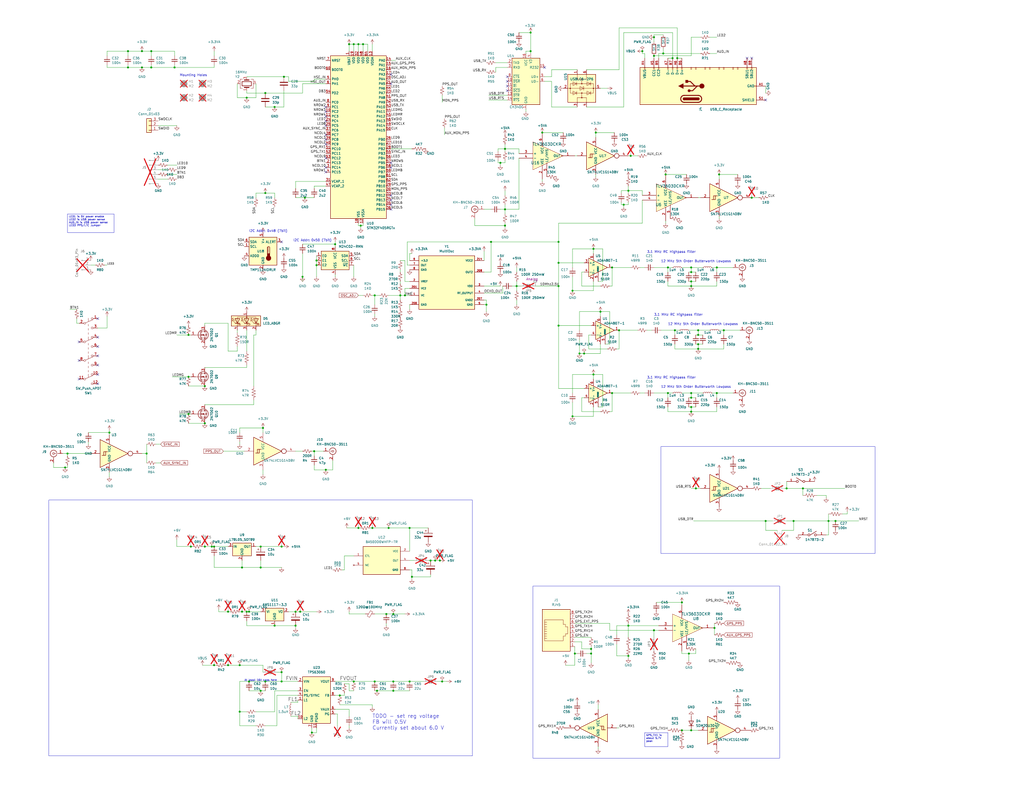
<source format=kicad_sch>
(kicad_sch (version 20230121) (generator eeschema)
  (paper "C")
  (title_block (title "Clock") (date "2024-02-02") (rev "V11") (company "Cullen Jennings"))
  (junction (at 172.72 142.24))
  (junction (at 322.58 354.33))
  (junction (at 77.47 27.94))
  (junction (at 304.8 132.08))
  (junction (at 134.62 334.01))
  (junction (at 392.43 95.25))
  (junction (at 377.19 222.25))
  (junction (at 275.59 81.28))
  (junction (at 163.83 334.01))
  (junction (at 172.72 144.78))
  (junction (at 391.16 214.63))
  (junction (at 193.04 372.11))
  (junction (at 161.29 341.63))
  (junction (at 135.89 334.01))
  (junction (at 377.19 156.21))
  (junction (at 323.85 204.47))
  (junction (at 429.26 266.7))
  (junction (at 193.04 24.13))
  (junction (at 154.94 41.91))
  (junction (at 337.82 180.34))
  (junction (at 455.93 284.48))
  (junction (at 102.87 205.74))
  (junction (at 361.95 29.21))
  (junction (at 195.58 288.29))
  (junction (at 237.49 306.07))
  (junction (at 144.78 50.8))
  (junction (at 417.83 284.48))
  (junction (at 322.58 356.87))
  (junction (at 214.63 377.19))
  (junction (at 204.47 372.11))
  (junction (at 149.86 58.42))
  (junction (at 356.87 30.48))
  (junction (at 144.78 105.41))
  (junction (at 381 180.34))
  (junction (at 273.05 88.9))
  (junction (at 135.89 372.11))
  (junction (at 234.95 306.07))
  (junction (at 130.81 388.62))
  (junction (at 318.77 193.04))
  (junction (at 240.03 306.07))
  (junction (at 69.85 36.83))
  (junction (at 340.36 111.76))
  (junction (at 102.87 182.88))
  (junction (at 116.84 298.45))
  (junction (at 312.42 158.75))
  (junction (at 134.62 53.34))
  (junction (at 77.47 36.83))
  (junction (at 241.3 372.11))
  (junction (at 223.52 372.11))
  (junction (at 212.09 288.29))
  (junction (at 102.87 226.06))
  (junction (at 165.1 151.13))
  (junction (at 111.76 210.82))
  (junction (at 364.49 146.05))
  (junction (at 377.19 153.67))
  (junction (at 304.8 177.8))
  (junction (at 69.85 27.94))
  (junction (at 367.03 31.75))
  (junction (at 223.52 288.29))
  (junction (at 316.23 193.04))
  (junction (at 142.24 309.88))
  (junction (at 381 190.5))
  (junction (at 369.57 31.75))
  (junction (at 218.44 161.29))
  (junction (at 377.19 146.05))
  (junction (at 275.59 123.19))
  (junction (at 203.2 288.29))
  (junction (at 313.69 356.87))
  (junction (at 410.21 107.95))
  (junction (at 59.69 236.22))
  (junction (at 205.74 377.19))
  (junction (at 342.9 341.63))
  (junction (at 377.19 224.79))
  (junction (at 124.46 334.01))
  (junction (at 132.08 309.88))
  (junction (at 368.3 180.34))
  (junction (at 381 182.88))
  (junction (at 111.76 231.14))
  (junction (at 334.01 214.63))
  (junction (at 438.15 266.7))
  (junction (at 82.55 27.94))
  (junction (at 130.81 363.22))
  (junction (at 350.52 27.94))
  (junction (at 82.55 36.83))
  (junction (at 342.9 104.14))
  (junction (at 204.47 161.29))
  (junction (at 144.78 372.11))
  (junction (at 372.11 328.93))
  (junction (at 170.18 400.05))
  (junction (at 143.51 233.68))
  (junction (at 304.8 143.51))
  (junction (at 377.19 217.17))
  (junction (at 153.67 298.45))
  (junction (at 214.63 335.28))
  (junction (at 364.49 214.63))
  (junction (at 389.89 342.9))
  (junction (at 312.42 227.33))
  (junction (at 95.25 36.83))
  (junction (at 377.19 214.63))
  (junction (at 161.29 334.01))
  (junction (at 115.57 298.45))
  (junction (at 379.73 266.7))
  (junction (at 377.19 398.78))
  (junction (at 224.79 314.96))
  (junction (at 295.91 72.39))
  (junction (at 111.76 298.45))
  (junction (at 80.01 247.65))
  (junction (at 323.85 135.89))
  (junction (at 289.56 17.78))
  (junction (at 289.56 27.94))
  (junction (at 304.8 156.21))
  (junction (at 195.58 24.13))
  (junction (at 452.12 284.48))
  (junction (at 394.97 180.34))
  (junction (at 104.14 298.45))
  (junction (at 325.12 72.39))
  (junction (at 132.08 334.01))
  (junction (at 381 187.96))
  (junction (at 377.19 148.59))
  (junction (at 116.84 363.22))
  (junction (at 275.59 114.3))
  (junction (at 214.63 372.11))
  (junction (at 142.24 298.45))
  (junction (at 185.42 379.73))
  (junction (at 198.12 24.13))
  (junction (at 142.24 377.19))
  (junction (at 210.82 335.28))
  (junction (at 190.5 24.13))
  (junction (at 267.97 132.08))
  (junction (at 344.17 85.09))
  (junction (at 375.92 356.87))
  (junction (at 342.9 358.14))
  (junction (at 433.07 284.48))
  (junction (at 372.11 398.78))
  (junction (at 153.67 367.03))
  (junction (at 356.87 20.32))
  (junction (at 356.87 344.17))
  (junction (at 281.94 156.21))
  (junction (at 363.22 95.25))
  (junction (at 124.46 363.22))
  (junction (at 220.98 161.29))
  (junction (at 166.37 107.95))
  (junction (at 182.88 133.35))
  (junction (at 265.43 166.37))
  (junction (at 327.66 170.18))
  (junction (at 196.85 123.19))
  (junction (at 177.8 256.54))
  (junction (at 391.16 146.05))
  (junction (at 149.86 341.63))
  (junction (at 35.56 255.27))
  (junction (at 153.67 372.11))
  (junction (at 36.83 247.65))
  (junction (at 334.01 146.05))
  (junction (at 171.45 246.38))
  (no_connect (at 43.18 196.85))
  (no_connect (at 43.18 186.69))
  (no_connect (at 417.83 54.61))
  (no_connect (at 213.36 114.3))
  (no_connect (at 213.36 45.72))
  (no_connect (at 213.36 109.22))
  (no_connect (at 153.67 132.08))
  (no_connect (at 53.34 189.23))
  (no_connect (at 213.36 91.44))
  (no_connect (at 410.21 31.75))
  (no_connect (at 276.86 44.45))
  (no_connect (at 177.8 66.04))
  (no_connect (at 213.36 88.9))
  (no_connect (at 213.36 106.68))
  (no_connect (at 177.8 76.2))
  (no_connect (at 177.8 58.42))
  (no_connect (at 177.8 68.58))
  (no_connect (at 53.34 209.55))
  (no_connect (at 213.36 111.76))
  (no_connect (at 297.18 36.83))
  (no_connect (at 177.8 93.98))
  (no_connect (at 53.34 199.39))
  (no_connect (at 177.8 86.36))
  (no_connect (at 53.34 184.15))
  (no_connect (at 53.34 173.99))
  (no_connect (at 276.86 41.91))
  (no_connect (at 43.18 207.01))
  (no_connect (at 177.8 63.5))
  (no_connect (at 407.67 31.75))
  (no_connect (at 53.34 194.31))
  (no_connect (at 213.36 40.64))
  (no_connect (at 276.86 46.99))
  (no_connect (at 276.86 49.53))
  (no_connect (at 53.34 204.47))
  (no_connect (at 177.8 78.74))
  (no_connect (at 177.8 73.66))
  (no_connect (at 177.8 60.96))
  (no_connect (at 177.8 91.44))
  (wire (pts (xy 144.78 372.11) (xy 153.67 372.11)))
  (wire (pts (xy 58.42 27.94) (xy 69.85 27.94)))
  (wire (pts (xy 353.06 180.34) (xy 355.6 180.34)))
  (wire (pts (xy 116.84 27.94) (xy 116.84 30.48)))
  (wire (pts (xy 275.59 81.28) (xy 283.21 81.28)))
  (wire (pts (xy 364.49 153.67) (xy 364.49 156.21)))
  (wire (pts (xy 48.26 236.22) (xy 59.69 236.22)))
  (wire (pts (xy 271.78 87.63) (xy 271.78 88.9)))
  (wire (pts (xy 281.94 153.67) (xy 281.94 156.21)))
  (wire (pts (xy 389.89 340.36) (xy 389.89 342.9)))
  (wire (pts (xy 182.88 133.35) (xy 182.88 134.62)))
  (wire (pts (xy 203.2 24.13) (xy 203.2 27.94)))
  (wire (pts (xy 95.25 27.94) (xy 82.55 27.94)))
  (wire (pts (xy 323.85 158.75) (xy 323.85 153.67)))
  (wire (pts (xy 187.96 311.15) (xy 187.96 303.53)))
  (wire (pts (xy 356.87 214.63) (xy 364.49 214.63)))
  (wire (pts (xy 165.1 45.72) (xy 177.8 45.72)))
  (wire (pts (xy 157.48 334.01) (xy 161.29 334.01)))
  (wire (pts (xy 161.29 341.63) (xy 161.29 342.9)))
  (wire (pts (xy 379.73 356.87) (xy 379.73 354.33)))
  (wire (pts (xy 325.12 72.39) (xy 335.28 72.39)))
  (wire (pts (xy 129.54 189.23) (xy 129.54 191.77)))
  (wire (pts (xy 372.11 356.87) (xy 375.92 356.87)))
  (wire (pts (xy 193.04 144.78) (xy 193.04 151.13)))
  (wire (pts (xy 391.16 146.05) (xy 400.05 146.05)))
  (wire (pts (xy 323.85 135.89) (xy 323.85 138.43)))
  (wire (pts (xy 342.9 110.49) (xy 342.9 111.76)))
  (wire (pts (xy 129.54 53.34) (xy 134.62 53.34)))
  (wire (pts (xy 275.59 114.3) (xy 283.21 114.3)))
  (wire (pts (xy 41.91 173.99) (xy 41.91 176.53)))
  (wire (pts (xy 69.85 27.94) (xy 77.47 27.94)))
  (wire (pts (xy 308.61 363.22) (xy 313.69 363.22)))
  (wire (pts (xy 332.74 340.36) (xy 313.69 340.36)))
  (wire (pts (xy 332.74 344.17) (xy 356.87 344.17)))
  (wire (pts (xy 429.26 284.48) (xy 433.07 284.48)))
  (wire (pts (xy 313.69 356.87) (xy 313.69 353.06)))
  (wire (pts (xy 130.81 363.22) (xy 143.51 363.22)))
  (wire (pts (xy 134.62 200.66) (xy 111.76 200.66)))
  (wire (pts (xy 379.73 187.96) (xy 381 187.96)))
  (wire (pts (xy 379.73 153.67) (xy 377.19 153.67)))
  (wire (pts (xy 326.39 407.67) (xy 326.39 408.94)))
  (wire (pts (xy 332.74 224.79) (xy 334.01 224.79)))
  (wire (pts (xy 265.43 163.83) (xy 265.43 166.37)))
  (wire (pts (xy 316.23 170.18) (xy 327.66 170.18)))
  (wire (pts (xy 222.25 132.08) (xy 267.97 132.08)))
  (wire (pts (xy 342.9 104.14) (xy 350.52 104.14)))
  (wire (pts (xy 139.7 180.34) (xy 139.7 182.88)))
  (wire (pts (xy 340.36 111.76) (xy 342.9 111.76)))
  (wire (pts (xy 417.83 284.48) (xy 421.64 284.48)))
  (wire (pts (xy 304.8 143.51) (xy 304.8 156.21)))
  (wire (pts (xy 161.29 334.01) (xy 163.83 334.01)))
  (wire (pts (xy 295.91 97.79) (xy 295.91 99.06)))
  (wire (pts (xy 339.09 104.14) (xy 342.9 104.14)))
  (wire (pts (xy 336.55 397.51) (xy 337.82 397.51)))
  (wire (pts (xy 95.25 30.48) (xy 95.25 27.94)))
  (wire (pts (xy 121.92 246.38) (xy 133.35 246.38)))
  (wire (pts (xy 58.42 179.07) (xy 53.34 179.07)))
  (wire (pts (xy 29.21 255.27) (xy 35.56 255.27)))
  (wire (pts (xy 163.83 334.01) (xy 172.72 334.01)))
  (wire (pts (xy 143.51 233.68) (xy 143.51 236.22)))
  (wire (pts (xy 102.87 205.74) (xy 104.14 205.74)))
  (wire (pts (xy 212.09 161.29) (xy 218.44 161.29)))
  (wire (pts (xy 276.86 54.61) (xy 266.7 54.61)))
  (wire (pts (xy 417.83 50.8) (xy 417.83 46.99)))
  (wire (pts (xy 334.01 146.05) (xy 344.17 146.05)))
  (wire (pts (xy 429.26 262.89) (xy 429.26 266.7)))
  (wire (pts (xy 275.59 111.76) (xy 275.59 114.3)))
  (wire (pts (xy 325.12 72.39) (xy 325.12 74.93)))
  (wire (pts (xy 377.19 153.67) (xy 377.19 156.21)))
  (wire (pts (xy 452.12 284.48) (xy 455.93 284.48)))
  (wire (pts (xy 151.13 379.73) (xy 162.56 379.73)))
  (wire (pts (xy 182.88 389.89) (xy 184.15 389.89)))
  (wire (pts (xy 264.16 148.59) (xy 267.97 148.59)))
  (wire (pts (xy 115.57 298.45) (xy 116.84 298.45)))
  (wire (pts (xy 337.82 190.5) (xy 337.82 180.34)))
  (wire (pts (xy 312.42 146.05) (xy 312.42 135.89)))
  (wire (pts (xy 171.45 254) (xy 171.45 256.54)))
  (wire (pts (xy 85.09 242.57) (xy 87.63 242.57)))
  (wire (pts (xy 86.36 92.71) (xy 91.44 92.71)))
  (wire (pts (xy 322.58 354.33) (xy 322.58 356.87)))
  (wire (pts (xy 300.99 41.91) (xy 297.18 41.91)))
  (wire (pts (xy 322.58 353.06) (xy 322.58 354.33)))
  (wire (pts (xy 184.15 389.89) (xy 184.15 396.24)))
  (wire (pts (xy 172.72 400.05) (xy 170.18 400.05)))
  (wire (pts (xy 370.84 180.34) (xy 368.3 180.34)))
  (wire (pts (xy 304.8 156.21) (xy 304.8 177.8)))
  (wire (pts (xy 165.1 133.35) (xy 182.88 133.35)))
  (wire (pts (xy 387.35 29.21) (xy 391.16 29.21)))
  (wire (pts (xy 52.07 144.78) (xy 49.53 144.78)))
  (wire (pts (xy 143.51 363.22) (xy 143.51 367.03)))
  (wire (pts (xy 350.52 109.22) (xy 350.52 121.92)))
  (wire (pts (xy 181.61 256.54) (xy 177.8 256.54)))
  (wire (pts (xy 134.62 41.91) (xy 154.94 41.91)))
  (wire (pts (xy 279.4 156.21) (xy 281.94 156.21)))
  (wire (pts (xy 304.8 177.8) (xy 322.58 177.8)))
  (wire (pts (xy 171.45 44.45) (xy 171.45 43.18)))
  (wire (pts (xy 165.1 45.72) (xy 165.1 50.8)))
  (wire (pts (xy 271.78 81.28) (xy 275.59 81.28)))
  (wire (pts (xy 111.76 176.53) (xy 111.76 177.8)))
  (wire (pts (xy 142.24 298.45) (xy 153.67 298.45)))
  (wire (pts (xy 187.96 311.15) (xy 186.69 311.15)))
  (wire (pts (xy 189.23 288.29) (xy 195.58 288.29)))
  (wire (pts (xy 182.88 372.11) (xy 193.04 372.11)))
  (wire (pts (xy 130.81 388.62) (xy 130.81 396.24)))
  (wire (pts (xy 110.49 363.22) (xy 116.84 363.22)))
  (wire (pts (xy 295.91 72.39) (xy 307.34 72.39)))
  (wire (pts (xy 58.42 36.83) (xy 69.85 36.83)))
  (wire (pts (xy 124.46 334.01) (xy 125.73 334.01)))
  (wire (pts (xy 273.05 114.3) (xy 275.59 114.3)))
  (wire (pts (xy 394.97 180.34) (xy 394.97 182.88)))
  (wire (pts (xy 242.57 69.85) (xy 242.57 73.66)))
  (wire (pts (xy 177.8 101.6) (xy 171.45 101.6)))
  (wire (pts (xy 116.84 298.45) (xy 124.46 298.45)))
  (wire (pts (xy 165.1 50.8) (xy 144.78 50.8)))
  (wire (pts (xy 289.56 27.94) (xy 287.02 27.94)))
  (wire (pts (xy 379.73 182.88) (xy 381 182.88)))
  (wire (pts (xy 394.97 187.96) (xy 394.97 190.5)))
  (wire (pts (xy 161.29 99.06) (xy 177.8 99.06)))
  (wire (pts (xy 190.5 387.35) (xy 190.5 391.16)))
  (wire (pts (xy 193.04 372.11) (xy 204.47 372.11)))
  (wire (pts (xy 342.9 358.14) (xy 342.9 359.41)))
  (wire (pts (xy 210.82 340.36) (xy 210.82 341.63)))
  (wire (pts (xy 312.42 158.75) (xy 323.85 158.75)))
  (wire (pts (xy 326.39 222.25) (xy 328.93 222.25)))
  (wire (pts (xy 381 107.95) (xy 382.27 107.95)))
  (wire (pts (xy 196.85 124.46) (xy 196.85 123.19)))
  (wire (pts (xy 223.52 372.11) (xy 214.63 372.11)))
  (wire (pts (xy 224.79 316.23) (xy 224.79 314.96)))
  (wire (pts (xy 154.94 49.53) (xy 154.94 58.42)))
  (wire (pts (xy 321.31 182.88) (xy 322.58 182.88)))
  (wire (pts (xy 198.12 24.13) (xy 200.66 24.13)))
  (wire (pts (xy 204.47 335.28) (xy 210.82 335.28)))
  (wire (pts (xy 275.59 78.74) (xy 275.59 81.28)))
  (wire (pts (xy 368.3 180.34) (xy 368.3 182.88)))
  (wire (pts (xy 363.22 120.65) (xy 363.22 121.92)))
  (wire (pts (xy 129.54 45.72) (xy 129.54 53.34)))
  (wire (pts (xy 327.66 156.21) (xy 317.5 156.21)))
  (wire (pts (xy 275.59 87.63) (xy 275.59 88.9)))
  (wire (pts (xy 270.51 34.29) (xy 276.86 34.29)))
  (wire (pts (xy 270.51 36.83) (xy 270.51 39.37)))
  (wire (pts (xy 153.67 298.45) (xy 154.94 298.45)))
  (wire (pts (xy 34.29 247.65) (xy 36.83 247.65)))
  (wire (pts (xy 198.12 121.92) (xy 198.12 123.19)))
  (wire (pts (xy 264.16 163.83) (xy 265.43 163.83)))
  (wire (pts (xy 85.09 252.73) (xy 87.63 252.73)))
  (wire (pts (xy 350.52 27.94) (xy 350.52 29.21)))
  (wire (pts (xy 356.87 22.86) (xy 356.87 20.32)))
  (wire (pts (xy 195.58 161.29) (xy 198.12 161.29)))
  (wire (pts (xy 300.99 38.1) (xy 300.99 41.91)))
  (wire (pts (xy 276.86 52.07) (xy 266.7 52.07)))
  (wire (pts (xy 161.29 246.38) (xy 165.1 246.38)))
  (wire (pts (xy 265.43 170.18) (xy 265.43 166.37)))
  (wire (pts (xy 151.13 367.03) (xy 153.67 367.03)))
  (wire (pts (xy 429.26 266.7) (xy 438.15 266.7)))
  (wire (pts (xy 377.19 222.25) (xy 377.19 224.79)))
  (wire (pts (xy 214.63 377.19) (xy 223.52 377.19)))
  (wire (pts (xy 130.81 233.68) (xy 143.51 233.68)))
  (wire (pts (xy 336.55 346.71) (xy 336.55 341.63)))
  (wire (pts (xy 204.47 377.19) (xy 205.74 377.19)))
  (wire (pts (xy 162.56 383.54) (xy 162.56 382.27)))
  (wire (pts (xy 316.23 185.42) (xy 316.23 193.04)))
  (wire (pts (xy 223.52 166.37) (xy 223.52 168.91)))
  (wire (pts (xy 267.97 132.08) (xy 304.8 132.08)))
  (wire (pts (xy 204.47 161.29) (xy 204.47 166.37)))
  (wire (pts (xy 375.92 356.87) (xy 375.92 360.68)))
  (wire (pts (xy 356.87 19.05) (xy 356.87 20.32)))
  (wire (pts (xy 237.49 306.07) (xy 240.03 306.07)))
  (wire (pts (xy 327.66 193.04) (xy 327.66 187.96)))
  (wire (pts (xy 364.49 224.79) (xy 377.19 224.79)))
  (wire (pts (xy 58.42 172.72) (xy 58.42 179.07)))
  (wire (pts (xy 321.31 190.5) (xy 321.31 182.88)))
  (wire (pts (xy 410.21 107.95) (xy 414.02 107.95)))
  (wire (pts (xy 450.85 292.1) (xy 452.12 292.1)))
  (wire (pts (xy 187.96 378.46) (xy 187.96 379.73)))
  (wire (pts (xy 340.36 58.42) (xy 340.36 17.78)))
  (wire (pts (xy 267.97 132.08) (xy 267.97 148.59)))
  (wire (pts (xy 158.75 383.54) (xy 162.56 383.54)))
  (wire (pts (xy 171.45 101.6) (xy 171.45 102.87)))
  (wire (pts (xy 320.04 356.87) (xy 322.58 356.87)))
  (wire (pts (xy 172.72 144.78) (xy 172.72 151.13)))
  (wire (pts (xy 337.82 38.1) (xy 337.82 15.24)))
  (wire (pts (xy 36.83 247.65) (xy 36.83 248.92)))
  (wire (pts (xy 93.98 205.74) (xy 102.87 205.74)))
  (wire (pts (xy 316.23 193.04) (xy 318.77 193.04)))
  (wire (pts (xy 317.5 350.52) (xy 317.5 354.33)))
  (wire (pts (xy 154.94 41.91) (xy 157.48 41.91)))
  (wire (pts (xy 391.16 156.21) (xy 377.19 156.21)))
  (wire (pts (xy 304.8 132.08) (xy 304.8 143.51)))
  (wire (pts (xy 134.62 50.8) (xy 144.78 50.8)))
  (wire (pts (xy 312.42 135.89) (xy 323.85 135.89)))
  (wire (pts (xy 334.01 224.79) (xy 334.01 214.63)))
  (wire (pts (xy 135.89 377.19) (xy 142.24 377.19)))
  (wire (pts (xy 433.07 284.48) (xy 452.12 284.48)))
  (wire (pts (xy 275.59 123.19) (xy 275.59 124.46)))
  (wire (pts (xy 377.19 146.05) (xy 377.19 148.59)))
  (wire (pts (xy 336.55 351.79) (xy 336.55 358.14)))
  (wire (pts (xy 281.94 163.83) (xy 281.94 166.37)))
  (wire (pts (xy 139.7 105.41) (xy 144.78 105.41)))
  (wire (pts (xy 170.18 397.51) (xy 170.18 400.05)))
  (wire (pts (xy 317.5 224.79) (xy 317.5 217.17)))
  (wire (pts (xy 218.44 160.02) (xy 218.44 161.29)))
  (wire (pts (xy 162.56 377.19) (xy 149.86 377.19)))
  (wire (pts (xy 459.74 280.67) (xy 462.28 280.67)))
  (wire (pts (xy 139.7 298.45) (xy 142.24 298.45)))
  (wire (pts (xy 391.16 224.79) (xy 377.19 224.79)))
  (wire (pts (xy 377.19 30.48) (xy 356.87 30.48)))
  (wire (pts (xy 210.82 335.28) (xy 214.63 335.28)))
  (wire (pts (xy 259.08 119.38) (xy 259.08 123.19)))
  (wire (pts (xy 273.05 156.21) (xy 264.16 156.21)))
  (wire (pts (xy 336.55 358.14) (xy 342.9 358.14)))
  (wire (pts (xy 328.93 222.25) (xy 328.93 204.47)))
  (wire (pts (xy 149.86 377.19) (xy 149.86 388.62)))
  (wire (pts (xy 391.16 222.25) (xy 391.16 224.79)))
  (wire (pts (xy 134.62 334.01) (xy 135.89 334.01)))
  (wire (pts (xy 130.81 241.3) (xy 130.81 242.57)))
  (wire (pts (xy 213.36 81.28) (xy 224.79 81.28)))
  (wire (pts (xy 132.08 334.01) (xy 134.62 334.01)))
  (wire (pts (xy 190.5 24.13) (xy 193.04 24.13)))
  (wire (pts (xy 349.25 214.63) (xy 351.79 214.63)))
  (wire (pts (xy 372.11 398.78) (xy 377.19 398.78)))
  (wire (pts (xy 344.17 85.09) (xy 347.98 85.09)))
  (wire (pts (xy 375.92 180.34) (xy 381 180.34)))
  (wire (pts (xy 337.82 15.24) (xy 369.57 15.24)))
  (wire (pts (xy 438.15 266.7) (xy 461.01 266.7)))
  (wire (pts (xy 359.41 344.17) (xy 356.87 344.17)))
  (wire (pts (xy 342.9 85.09) (xy 344.17 85.09)))
  (wire (pts (xy 172.72 397.51) (xy 172.72 400.05)))
  (wire (pts (xy 130.81 236.22) (xy 130.81 233.68)))
  (wire (pts (xy 69.85 35.56) (xy 69.85 36.83)))
  (wire (pts (xy 383.54 187.96) (xy 381 187.96)))
  (wire (pts (xy 381 180.34) (xy 381 182.88)))
  (wire (pts (xy 292.1 156.21) (xy 304.8 156.21)))
  (wire (pts (xy 124.46 191.77) (xy 124.46 176.53)))
  (wire (pts (xy 198.12 123.19) (xy 196.85 123.19)))
  (wire (pts (xy 351.79 29.21) (xy 351.79 31.75)))
  (wire (pts (xy 317.5 156.21) (xy 317.5 148.59)))
  (wire (pts (xy 151.13 396.24) (xy 151.13 379.73)))
  (wire (pts (xy 312.42 214.63) (xy 312.42 204.47)))
  (wire (pts (xy 196.85 123.19) (xy 195.58 123.19)))
  (wire (pts (xy 234.95 314.96) (xy 234.95 313.69)))
  (wire (pts (xy 222.25 144.78) (xy 222.25 132.08)))
  (wire (pts (xy 415.29 266.7) (xy 420.37 266.7)))
  (wire (pts (xy 265.43 166.37) (xy 264.16 166.37)))
  (wire (pts (xy 332.74 340.36) (xy 332.74 344.17)))
  (wire (pts (xy 367.03 146.05) (xy 364.49 146.05)))
  (wire (pts (xy 218.44 161.29) (xy 220.98 161.29)))
  (wire (pts (xy 378.46 284.48) (xy 417.83 284.48)))
  (wire (pts (xy 36.83 255.27) (xy 35.56 255.27)))
  (wire (pts (xy 391.16 153.67) (xy 391.16 156.21)))
  (wire (pts (xy 313.69 85.09) (xy 314.96 85.09)))
  (wire (pts (xy 130.81 372.11) (xy 135.89 372.11)))
  (wire (pts (xy 331.47 190.5) (xy 321.31 190.5)))
  (wire (pts (xy 274.32 160.02) (xy 274.32 156.21)))
  (wire (pts (xy 165.1 151.13) (xy 165.1 138.43)))
  (wire (pts (xy 102.87 182.88) (xy 104.14 182.88)))
  (wire (pts (xy 391.16 146.05) (xy 391.16 148.59)))
  (wire (pts (xy 116.84 309.88) (xy 132.08 309.88)))
  (wire (pts (xy 283.21 81.28) (xy 283.21 83.82)))
  (wire (pts (xy 326.39 153.67) (xy 328.93 153.67)))
  (wire (pts (xy 322.58 356.87) (xy 322.58 361.95)))
  (wire (pts (xy 372.11 214.63) (xy 377.19 214.63)))
  (wire (pts (xy 218.44 142.24) (xy 220.98 142.24)))
  (wire (pts (xy 223.52 372.11) (xy 231.14 372.11)))
  (wire (pts (xy 69.85 36.83) (xy 77.47 36.83)))
  (wire (pts (xy 318.77 212.09) (xy 304.8 212.09)))
  (wire (pts (xy 317.5 217.17) (xy 318.77 217.17)))
  (wire (pts (xy 59.69 257.81) (xy 59.69 260.35)))
  (wire (pts (xy 392.43 95.25) (xy 392.43 97.79)))
  (wire (pts (xy 317.5 148.59) (xy 318.77 148.59)))
  (wire (pts (xy 271.78 82.55) (xy 271.78 81.28)))
  (wire (pts (xy 328.93 153.67) (xy 328.93 135.89)))
  (wire (pts (xy 149.86 388.62) (xy 139.7 388.62)))
  (wire (pts (xy 337.82 180.34) (xy 347.98 180.34)))
  (wire (pts (xy 134.62 53.34) (xy 139.7 53.34)))
  (wire (pts (xy 289.56 17.78) (xy 289.56 27.94)))
  (wire (pts (xy 392.43 118.11) (xy 392.43 119.38)))
  (wire (pts (xy 359.41 29.21) (xy 359.41 31.75)))
  (wire (pts (xy 312.42 219.71) (xy 312.42 227.33)))
  (wire (pts (xy 162.56 391.16) (xy 162.56 392.43)))
  (wire (pts (xy 320.04 38.1) (xy 337.82 38.1)))
  (wire (pts (xy 369.57 15.24) (xy 369.57 31.75)))
  (wire (pts (xy 144.78 396.24) (xy 151.13 396.24)))
  (wire (pts (xy 58.42 144.78) (xy 57.15 144.78)))
  (wire (pts (xy 182.88 132.08) (xy 182.88 133.35)))
  (wire (pts (xy 273.05 88.9) (xy 271.78 88.9)))
  (wire (pts (xy 327.66 48.26) (xy 331.47 48.26)))
  (wire (pts (xy 220.98 161.29) (xy 223.52 161.29)))
  (wire (pts (xy 139.7 107.95) (xy 139.7 105.41)))
  (wire (pts (xy 389.89 342.9) (xy 389.89 346.71)))
  (wire (pts (xy 203.2 288.29) (xy 212.09 288.29)))
  (wire (pts (xy 364.49 156.21) (xy 377.19 156.21)))
  (wire (pts (xy 452.12 292.1) (xy 452.12 284.48)))
  (wire (pts (xy 462.28 280.67) (xy 462.28 279.4)))
  (wire (pts (xy 281.94 146.05) (xy 281.94 148.59)))
  (wire (pts (xy 368.3 187.96) (xy 368.3 190.5)))
  (wire (pts (xy 323.85 204.47) (xy 323.85 207.01)))
  (wire (pts (xy 388.62 146.05) (xy 391.16 146.05)))
  (wire (pts (xy 340.36 111.76) (xy 339.09 111.76)))
  (wire (pts (xy 223.52 142.24) (xy 223.52 138.43)))
  (wire (pts (xy 82.55 27.94) (xy 82.55 30.48)))
  (wire (pts (xy 91.44 95.25) (xy 96.52 95.25)))
  (wire (pts (xy 77.47 247.65) (xy 80.01 247.65)))
  (wire (pts (xy 95.25 35.56) (xy 95.25 36.83)))
  (wire (pts (xy 312.42 227.33) (xy 323.85 227.33)))
  (wire (pts (xy 59.69 234.95) (xy 59.69 236.22)))
  (wire (pts (xy 187.96 379.73) (xy 185.42 379.73)))
  (wire (pts (xy 224.79 311.15) (xy 224.79 314.96)))
  (wire (pts (xy 223.52 288.29) (xy 233.68 288.29)))
  (wire (pts (xy 388.62 214.63) (xy 391.16 214.63)))
  (wire (pts (xy 283.21 86.36) (xy 283.21 114.3)))
  (wire (pts (xy 234.95 306.07) (xy 237.49 306.07)))
  (wire (pts (xy 358.14 328.93) (xy 372.11 328.93)))
  (wire (pts (xy 132.08 306.07) (xy 132.08 309.88)))
  (wire (pts (xy 190.5 335.28) (xy 199.39 335.28)))
  (wire (pts (xy 223.52 157.48) (xy 220.98 157.48)))
  (wire (pts (xy 349.25 146.05) (xy 351.79 146.05)))
  (wire (pts (xy 320.04 58.42) (xy 340.36 58.42)))
  (wire (pts (xy 182.88 379.73) (xy 185.42 379.73)))
  (wire (pts (xy 41.91 176.53) (xy 43.18 176.53)))
  (wire (pts (xy 138.43 218.44) (xy 138.43 220.98)))
  (wire (pts (xy 391.16 214.63) (xy 400.05 214.63)))
  (wire (pts (xy 59.69 236.22) (xy 59.69 237.49)))
  (wire (pts (xy 356.87 30.48) (xy 356.87 31.75)))
  (wire (pts (xy 340.36 17.78) (xy 367.03 17.78)))
  (wire (pts (xy 363.22 95.25) (xy 374.65 95.25)))
  (wire (pts (xy 367.03 17.78) (xy 367.03 31.75)))
  (wire (pts (xy 304.8 121.92) (xy 304.8 132.08)))
  (wire (pts (xy 105.41 298.45) (xy 104.14 298.45)))
  (wire (pts (xy 356.87 146.05) (xy 364.49 146.05)))
  (wire (pts (xy 379.73 266.7) (xy 382.27 266.7)))
  (wire (pts (xy 313.69 350.52) (xy 317.5 350.52)))
  (wire (pts (xy 275.59 82.55) (xy 275.59 81.28)))
  (wire (pts (xy 124.46 363.22) (xy 130.81 363.22)))
  (wire (pts (xy 394.97 190.5) (xy 381 190.5)))
  (wire (pts (xy 80.01 247.65) (xy 80.01 252.73)))
  (wire (pts (xy 130.81 388.62) (xy 130.81 372.11)))
  (wire (pts (xy 195.58 123.19) (xy 195.58 121.92)))
  (wire (pts (xy 214.63 335.28) (xy 220.98 335.28)))
  (wire (pts (xy 116.84 35.56) (xy 116.84 36.83)))
  (wire (pts (xy 332.74 156.21) (xy 334.01 156.21)))
  (wire (pts (xy 102.87 226.06) (xy 104.14 226.06)))
  (wire (pts (xy 36.83 247.65) (xy 49.53 247.65)))
  (wire (pts (xy 391.16 214.63) (xy 391.16 217.17)))
  (wire (pts (xy 427.99 266.7) (xy 429.26 266.7)))
  (wire (pts (xy 450.85 270.51) (xy 450.85 271.78)))
  (wire (pts (xy 69.85 27.94) (xy 69.85 30.48)))
  (wire (pts (xy 361.95 19.05) (xy 356.87 19.05)))
  (wire (pts (xy 241.3 372.11) (xy 243.84 372.11)))
  (wire (pts (xy 190.5 373.38) (xy 187.96 373.38)))
  (wire (pts (xy 190.5 396.24) (xy 190.5 397.51)))
  (wire (pts (xy 130.81 334.01) (xy 132.08 334.01)))
  (wire (pts (xy 273.05 88.9) (xy 275.59 88.9)))
  (wire (pts (xy 330.2 187.96) (xy 332.74 187.96)))
  (wire (pts (xy 153.67 372.11) (xy 162.56 372.11)))
  (wire (pts (xy 356.87 344.17) (xy 356.87 347.98)))
  (wire (pts (xy 224.79 311.15) (xy 223.52 311.15)))
  (wire (pts (xy 149.86 105.41) (xy 144.78 105.41)))
  (wire (pts (xy 394.97 180.34) (xy 403.86 180.34)))
  (wire (pts (xy 381 187.96) (xy 381 190.5)))
  (wire (pts (xy 204.47 161.29) (xy 207.01 161.29)))
  (wire (pts (xy 304.8 143.51) (xy 318.77 143.51)))
  (wire (pts (xy 318.77 193.04) (xy 327.66 193.04)))
  (wire (pts (xy 116.84 303.53) (xy 116.84 309.88)))
  (wire (pts (xy 110.49 298.45) (xy 111.76 298.45)))
  (wire (pts (xy 142.24 306.07) (xy 142.24 309.88)))
  (wire (pts (xy 195.58 288.29) (xy 196.85 288.29)))
  (wire (pts (xy 334.01 214.63) (xy 344.17 214.63)))
  (wire (pts (xy 264.16 137.16) (xy 264.16 142.24)))
  (wire (pts (xy 379.73 222.25) (xy 377.19 222.25)))
  (wire (pts (xy 142.24 309.88) (xy 132.08 309.88)))
  (wire (pts (xy 445.77 270.51) (xy 450.85 270.51)))
  (wire (pts (xy 111.76 176.53) (xy 124.46 176.53)))
  (wire (pts (xy 297.18 44.45) (xy 300.99 44.45)))
  (wire (pts (xy 350.52 29.21) (xy 351.79 29.21)))
  (wire (pts (xy 185.42 384.81) (xy 203.2 384.81)))
  (wire (pts (xy 172.72 142.24) (xy 172.72 144.78)))
  (wire (pts (xy 377.19 398.78) (xy 381 398.78)))
  (wire (pts (xy 134.62 339.09) (xy 134.62 341.63)))
  (wire (pts (xy 326.39 384.81) (xy 326.39 387.35)))
  (wire (pts (xy 325.12 95.25) (xy 325.12 96.52)))
  (wire (pts (xy 264.16 160.02) (xy 274.32 160.02)))
  (wire (pts (xy 135.89 372.11) (xy 144.78 372.11)))
  (wire (pts (xy 377.19 214.63) (xy 383.54 214.63)))
  (wire (pts (xy 213.36 33.02) (xy 215.9 33.02)))
  (wire (pts (xy 116.84 363.22) (xy 118.11 363.22)))
  (wire (pts (xy 375.92 356.87) (xy 379.73 356.87)))
  (wire (pts (xy 387.35 20.32) (xy 391.16 20.32)))
  (wire (pts (xy 342.9 341.63) (xy 342.9 347.98)))
  (wire (pts (xy 143.51 256.54) (xy 143.51 259.08)))
  (wire (pts (xy 190.5 377.19) (xy 190.5 373.38)))
  (wire (pts (xy 372.11 146.05) (xy 377.19 146.05)))
  (wire (pts (xy 193.04 24.13) (xy 193.04 27.94)))
  (wire (pts (xy 201.93 288.29) (xy 203.2 288.29)))
  (wire (pts (xy 171.45 43.18) (xy 177.8 43.18)))
  (wire (pts (xy 364.49 214.63) (xy 364.49 217.17)))
  (wire (pts (xy 289.56 17.78) (xy 283.21 17.78)))
  (wire (pts (xy 233.68 306.07) (xy 234.95 306.07)))
  (wire (pts (xy 134.62 199.39) (xy 134.62 200.66)))
  (wire (pts (xy 313.69 347.98) (xy 322.58 347.98)))
  (wire (pts (xy 273.05 88.9) (xy 273.05 90.17)))
  (wire (pts (xy 392.43 180.34) (xy 394.97 180.34)))
  (wire (pts (xy 334.01 156.21) (xy 334.01 146.05)))
  (wire (pts (xy 336.55 190.5) (xy 337.82 190.5)))
  (wire (pts (xy 377.19 20.32) (xy 377.19 30.48)))
  (wire (pts (xy 367.03 214.63) (xy 364.49 214.63)))
  (wire (pts (xy 361.95 29.21) (xy 359.41 29.21)))
  (wire (pts (xy 204.47 372.11) (xy 214.63 372.11)))
  (wire (pts (xy 316.23 180.34) (xy 316.23 170.18)))
  (wire (pts (xy 165.1 153.67) (xy 165.1 151.13)))
  (wire (pts (xy 275.59 121.92) (xy 275.59 123.19)))
  (wire (pts (xy 171.45 246.38) (xy 171.45 248.92)))
  (wire (pts (xy 218.44 147.32) (xy 218.44 148.59)))
  (wire (pts (xy 182.88 149.86) (xy 182.88 151.13)))
  (wire (pts (xy 314.96 38.1) (xy 300.99 38.1)))
  (wire (pts (xy 364.49 222.25) (xy 364.49 224.79)))
  (wire (pts (xy 149.86 341.63) (xy 161.29 341.63)))
  (wire (pts (xy 218.44 161.29) (xy 218.44 163.83)))
  (wire (pts (xy 339.09 105.41) (xy 339.09 104.14)))
  (wire (pts (xy 287.02 27.94) (xy 287.02 29.21)))
  (wire (pts (xy 220.98 153.67) (xy 223.52 153.67)))
  (wire (pts (xy 360.68 180.34) (xy 368.3 180.34)))
  (wire (pts (xy 313.69 363.22) (xy 313.69 356.87)))
  (wire (pts (xy 392.43 95.25) (xy 402.59 95.25)))
  (wire (pts (xy 203.2 161.29) (xy 204.47 161.29)))
  (wire (pts (xy 161.29 107.95) (xy 166.37 107.95)))
  (wire (pts (xy 367.03 31.75) (xy 364.49 31.75)))
  (wire (pts (xy 304.8 121.92) (xy 350.52 121.92)))
  (wire (pts (xy 144.78 58.42) (xy 149.86 58.42)))
  (wire (pts (xy 48.26 241.3) (xy 48.26 242.57)))
  (wire (pts (xy 86.36 68.58) (xy 96.52 68.58)))
  (wire (pts (xy 223.52 138.43) (xy 224.79 138.43)))
  (wire (pts (xy 328.93 135.89) (xy 323.85 135.89)))
  (wire (pts (xy 322.58 354.33) (xy 317.5 354.33)))
  (wire (pts (xy 259.08 123.19) (xy 275.59 123.19)))
  (wire (pts (xy 134.62 49.53) (xy 134.62 50.8)))
  (wire (pts (xy 238.76 372.11) (xy 241.3 372.11)))
  (wire (pts (xy 276.86 36.83) (xy 270.51 36.83)))
  (wire (pts (xy 323.85 227.33) (xy 323.85 222.25)))
  (wire (pts (xy 332.74 187.96) (xy 332.74 170.18)))
  (wire (pts (xy 372.11 328.93) (xy 372.11 330.2)))
  (wire (pts (xy 300.99 44.45) (xy 300.99 58.42)))
  (wire (pts (xy 281.94 156.21) (xy 281.94 158.75)))
  (wire (pts (xy 198.12 24.13) (xy 198.12 27.94)))
  (wire (pts (xy 135.89 334.01) (xy 142.24 334.01)))
  (wire (pts (xy 157.48 41.91) (xy 157.48 44.45)))
  (wire (pts (xy 80.01 242.57) (xy 80.01 247.65)))
  (wire (pts (xy 220.98 153.67) (xy 220.98 142.24)))
  (wire (pts (xy 312.42 151.13) (xy 312.42 158.75)))
  (wire (pts (xy 212.09 288.29) (xy 223.52 288.29)))
  (wire (pts (xy 96.52 294.64) (xy 96.52 298.45)))
  (wire (pts (xy 158.75 391.16) (xy 162.56 391.16)))
  (wire (pts (xy 138.43 220.98) (xy 111.76 220.98)))
  (wire (pts (xy 91.44 90.17) (xy 96.52 90.17)))
  (wire (pts (xy 38.1 168.91) (xy 41.91 168.91)))
  (wire (pts (xy 182.88 387.35) (xy 190.5 387.35)))
  (wire (pts (xy 139.7 182.88) (xy 138.43 182.88)))
  (wire (pts (xy 111.76 298.45) (xy 115.57 298.45)))
  (wire (pts (xy 377.19 217.17) (xy 379.73 217.17)))
  (wire (pts (xy 102.87 231.14) (xy 111.76 231.14)))
  (wire (pts (xy 153.67 367.03) (xy 153.67 372.11)))
  (wire (pts (xy 424.18 289.56) (xy 417.83 289.56)))
  (wire (pts (xy 368.3 190.5) (xy 381 190.5)))
  (wire (pts (xy 287.02 59.69) (xy 287.02 60.96)))
  (wire (pts (xy 241.3 52.07) (xy 241.3 55.88)))
  (wire (pts (xy 166.37 107.95) (xy 171.45 107.95)))
  (wire (pts (xy 375.92 222.25) (xy 377.19 222.25)))
  (wire (pts (xy 452.12 280.67) (xy 452.12 284.48)))
  (wire (pts (xy 77.47 36.83) (xy 82.55 36.83)))
  (wire (pts (xy 223.52 306.07) (xy 226.06 306.07)))
  (wire (pts (xy 377.19 266.7) (xy 379.73 266.7)))
  (wire (pts (xy 417.83 289.56) (xy 417.83 284.48)))
  (wire (pts (xy 205.74 377.19) (xy 214.63 377.19)))
  (wire (pts (xy 86.36 97.79) (xy 91.44 97.79)))
  (wire (pts (xy 375.92 153.67) (xy 377.19 153.67)))
  (wire (pts (xy 377.19 148.59) (xy 379.73 148.59)))
  (wire (pts (xy 134.62 388.62) (xy 130.81 388.62)))
  (wire (pts (xy 130.81 396.24) (xy 139.7 396.24)))
  (wire (pts (xy 177.8 256.54) (xy 171.45 256.54)))
  (wire (pts (xy 224.79 314.96) (xy 234.95 314.96)))
  (wire (pts (xy 275.59 114.3) (xy 275.59 116.84)))
  (wire (pts (xy 97.79 226.06) (xy 102.87 226.06)))
  (wire (pts (xy 312.42 204.47) (xy 323.85 204.47)))
  (wire (pts (xy 364.49 146.05) (xy 364.49 148.59)))
  (wire (pts (xy 342.9 341.63) (xy 359.41 341.63)))
  (wire (pts (xy 361.95 26.67) (xy 361.95 29.21)))
  (wire (pts (xy 82.55 27.94) (xy 77.47 27.94)))
  (wire (pts (xy 350.52 104.14) (xy 350.52 106.68)))
  (wire (pts (xy 382.27 20.32) (xy 377.19 20.32)))
  (wire (pts (xy 372.11 31.75) (xy 369.57 31.75)))
  (wire (pts (xy 438.15 266.7) (xy 438.15 270.51)))
  (wire (pts (xy 190.5 24.13) (xy 190.5 27.94)))
  (wire (pts (xy 336.55 341.63) (xy 342.9 341.63)))
  (wire (pts (xy 218.44 153.67) (xy 218.44 154.94)))
  (wire (pts (xy 327.66 224.79) (xy 317.5 224.79)))
  (wire (pts (xy 102.87 210.82) (xy 111.76 210.82)))
  (wire (pts (xy 193.04 24.13) (xy 195.58 24.13)))
  (wire (pts (xy 342.9 340.36) (xy 342.9 341.63)))
  (wire (pts (xy 340.36 111.76) (xy 340.36 113.03)))
  (wire (pts (xy 134.62 180.34) (xy 134.62 191.77)))
  (wire (pts (xy 36.83 254) (xy 36.83 255.27)))
  (wire (pts (xy 375.92 217.17) (xy 377.19 217.17)))
  (wire (pts (xy 304.8 212.09) (xy 304.8 177.8)))
  (wire (pts (xy 342.9 105.41) (xy 342.9 104.14)))
  (wire (pts (xy 377.19 214.63) (xy 377.19 217.17)))
  (wire (pts (xy 138.43 182.88) (xy 138.43 210.82)))
  (wire (pts (xy 264.16 114.3) (xy 267.97 114.3)))
  (wire (pts (xy 327.66 170.18) (xy 327.66 172.72)))
  (wire (pts (xy 149.86 107.95) (xy 149.86 105.41)))
  (wire (pts (xy 377.19 146.05) (xy 383.54 146.05)))
  (wire (pts (xy 381 182.88) (xy 383.54 182.88)))
  (wire (pts (xy 142.24 377.19) (xy 144.78 377.19)))
  (wire (pts (xy 139.7 45.72) (xy 139.7 53.34)))
  (wire (pts (xy 29.21 252.73) (xy 29.21 255.27)))
  (wire (pts (xy 426.72 289.56) (xy 433.07 289.56)))
  (wire (pts (xy 455.93 284.48) (xy 468.63 284.48)))
  (wire (pts (xy 171.45 246.38) (xy 176.53 246.38)))
  (wire (pts (xy 223.52 288.29) (xy 223.52 300.99)))
  (wire (pts (xy 361.95 29.21) (xy 382.27 29.21)))
  (wire (pts (xy 119.38 334.01) (xy 124.46 334.01)))
  (wire (pts (xy 129.54 191.77) (xy 124.46 191.77)))
  (wire (pts (xy 193.04 377.19) (xy 190.5 377.19)))
  (wire (pts (xy 58.42 30.48) (xy 58.42 27.94)))
  (wire (pts (xy 289.56 27.94) (xy 289.56 29.21)))
  (wire (pts (xy 129.54 180.34) (xy 129.54 181.61)))
  (wire (pts (xy 381 180.34) (xy 387.35 180.34)))
  (wire (pts (xy 281.94 156.21) (xy 284.48 156.21)))
  (wire (pts (xy 172.72 139.7) (xy 172.72 142.24)))
  (wire (pts (xy 96.52 298.45) (xy 104.14 298.45)))
  (wire (pts (xy 313.69 356.87) (xy 314.96 356.87)))
  (wire (pts (xy 187.96 303.53) (xy 193.04 303.53)))
  (wire (pts (xy 204.47 171.45) (xy 204.47 172.72)))
  (wire (pts (xy 300.99 58.42) (xy 314.96 58.42)))
  (wire (pts (xy 170.18 246.38) (xy 171.45 246.38)))
  (wire (pts (xy 157.48 44.45) (xy 171.45 44.45)))
  (wire (pts (xy 375.92 148.59) (xy 377.19 148.59)))
  (wire (pts (xy 96.52 182.88) (xy 102.87 182.88)))
  (wire (pts (xy 123.19 363.22) (xy 124.46 363.22)))
  (wire (pts (xy 339.09 110.49) (xy 339.09 111.76)))
  (wire (pts (xy 328.93 204.47) (xy 323.85 204.47)))
  (wire (pts (xy 332.74 170.18) (xy 327.66 170.18)))
  (wire (pts (xy 433.07 289.56) (xy 433.07 284.48)))
  (wire (pts (xy 58.42 35.56) (xy 58.42 36.83)))
  (wire (pts (xy 275.59 104.14) (xy 275.59 106.68)))
  (wire (pts (xy 195.58 24.13) (xy 195.58 27.94)))
  (wire (pts (xy 190.5 334.01) (xy 190.5 335.28)))
  (wire (pts (xy 119.38 332.74) (xy 119.38 334.01)))
  (wire (pts (xy 203.2 384.81) (xy 203.2 386.08)))
  (wire (pts (xy 342.9 101.6) (xy 342.9 104.14)))
  (wire (pts (xy 372.11 355.6) (xy 372.11 356.87)))
  (wire (pts (xy 161.29 102.87) (xy 161.29 99.06)))
  (wire (pts (xy 153.67 309.88) (xy 142.24 309.88)))
  (wire (pts (xy 220.98 157.48) (xy 220.98 161.29)))
  (wire (pts (xy 223.52 144.78) (xy 222.25 144.78)))
  (wire (pts (xy 134.62 341.63) (xy 149.86 341.63)))
  (wire (pts (xy 195.58 24.13) (xy 198.12 24.13)))
  (wire (pts (xy 82.55 35.56) (xy 82.55 36.83)))
  (wire (pts (xy 200.66 27.94) (xy 200.66 24.13)))
  (wire (pts (xy 82.55 36.83) (xy 95.25 36.83)))
  (wire (pts (xy 154.94 58.42) (xy 149.86 58.42)))
  (wire (pts (xy 95.25 36.83) (xy 116.84 36.83)))
  (wire (pts (xy 181.61 251.46) (xy 181.61 256.54)))
  (rectangle (start 290.83 320.04) (end 425.45 414.02))
  (rectangle (start 26.67 273.05) (end 257.81 412.75))
  (rectangle (start 360.68 243.84) (end 477.52 302.26))
  (text_box "LED1 is 5V power enable\nLED2 is USB power sense\nAUD_IN is USB power sense \nLED3 PPS/LTC Jumper " (at 36.83 116.84 0) (size 25.4 10.16) (effects (font (size 1 1)) (justify left top)))
  (text_box "GPS_TX1 is about 5.7V peak" (at 351.79 400.05 0) (size 12.7 7.62) (effects (font (size 1 1)) (justify left top)))
  (text "At least 16V caps here" (at 133.35 372.11 0) (effects (font (size 1 1)) (justify left bottom)))
  (text "Mounting Holes" (at 113.03 41.91 0) (effects (font (size 1.27 1.27)) (justify right bottom)))
  (text "3.1 MHz RC Highpass filter" (at 356.87 172.72 0) (effects (font (size 1.27 1.27)) (justify left bottom)))
  (text "3.1 MHz RC Highpass filter" (at 353.06 138.43 0) (effects (font (size 1.27 1.27)) (justify left bottom)))
  (text "12 MHz 5th Order Butterworth Lowpass" (at 360.68 212.09 0) (effects (font (size 1.27 1.27)) (justify left bottom)))
  (text "TODO - set reg voltage\nFB will 0.5V \nCurrently set about 6.0 V " (at 203.2 398.78 0) (effects (font (size 2 2)) (justify left bottom)))
  (text "12 MHz 5th Order Butterworth Lowpass" (at 364.49 177.8 0) (effects (font (size 1.27 1.27)) (justify left bottom)))
  (text "12 MHz 5th Order Butterworth Lowpass" (at 360.68 143.51 0) (effects (font (size 1.27 1.27)) (justify left bottom)))
  (text "3.1 MHz RC Highpass filter" (at 353.06 207.01 0) (effects (font (size 1.27 1.27)) (justify left bottom)))
  (text "I2C Addr: 0x48 (7bit)" (at 135.89 127 0) (effects (font (size 1.27 1.27)) (justify left bottom)))
  (text "I2C Addr: 0x50 (7bit)" (at 160.02 132.08 0) (effects (font (size 1.27 1.27)) (justify left bottom)))
  (label "GPS_RX1" (at 337.82 397.51 0))
  (label "LED10" (at 96.52 90.17 0))
  (label "SYNC_IN" (at 213.36 83.82 0))
  (label "NCOL7" (at 213.36 109.22 0))
  (label "SDA" (at 139.7 113.03 270))
  (label "LEDMB" (at 97.79 226.06 0))
  (label "SDA" (at 213.36 99.06 0))
  (label "GPS_PPS" (at 213.36 101.6 0))
  (label "LED9" (at 213.36 76.2 0))
  (label "DB3" (at 177.8 50.8 180))
  (label "SWDIO" (at 86.36 71.12 0))
  (label "BOOT1" (at 213.36 81.28 0))
  (label "GPS_TX2H" (at 313.69 335.28 0))
  (label "LED3" (at 58.42 144.78 0) (effects (font (size 1 1))))
  (label "AUX_SYNC_IN" (at 177.8 71.12 180))
  (label "LED1" (at 181.61 311.15 180))
  (label "NROW1" (at 177.8 93.98 180))
  (label "GPS_EXT_PPS" (at 313.69 340.36 0))
  (label "LEDMB" (at 213.36 93.98 0))
  (label "GPS_RX1H" (at 303.53 397.51 180))
  (label "GPS_RX1" (at 177.8 81.28 180))
  (label "SCL" (at 133.35 134.62 180))
  (label "NCOL10" (at 177.8 91.44 180))
  (label "LED9" (at 96.52 92.71 0))
  (label "USB_TX" (at 265.43 34.29 180))
  (label "AUD_IN" (at 391.16 29.21 0))
  (label "NROW2" (at 177.8 58.42 180))
  (label "GPS_RX2H" (at 394.97 328.93 180))
  (label "HSE_IN" (at 177.8 43.18 180))
  (label "OCXO_OUT" (at 264.16 160.02 0))
  (label "USB_RTS" (at 377.19 266.7 180))
  (label "LEDMR" (at 213.36 63.5 0))
  (label "AUX_GPS_PPS" (at 213.36 35.56 0))
  (label "CLK" (at 213.36 71.12 0))
  (label "USB_TX" (at 213.36 58.42 0))
  (label "NCOL6" (at 213.36 111.76 0))
  (label "AUX_CLK" (at 353.06 85.09 0))
  (label "FL1" (at 162.56 383.54 180) (effects (font (size 2 2))))
  (label "FL2" (at 158.75 391.16 0) (effects (font (size 2 2))))
  (label "LED2" (at 391.16 20.32 0))
  (label "DB3" (at 96.52 97.79 0))
  (label "NCOL1" (at 213.36 91.44 0))
  (label "NCOL5" (at 213.36 114.3 0))
  (label "USB_DTR" (at 266.7 52.07 0))
  (label "FVOUT" (at 185.42 372.11 0) (effects (font (size 2 2))))
  (label "SCL" (at 193.04 142.24 0))
  (label "GPS_TX1H" (at 313.69 342.9 0))
  (label "NRST" (at 177.8 33.02 180))
  (label "GPS_TX1" (at 414.02 398.78 0))
  (label "SDA" (at 193.04 139.7 0))
  (label "SCL" (at 149.86 113.03 270))
  (label "AUX_MON_PPS" (at 213.36 38.1 0))
  (label "10Mhz2.5V" (at 294.64 156.21 0))
  (label "USB_RTS" (at 266.7 54.61 0))
  (label "LEDMG" (at 213.36 60.96 0))
  (label "NCOL9" (at 177.8 86.36 180))
  (label "SWDCLK" (at 213.36 68.58 0))
  (label "BTN1" (at 38.1 168.91 0))
  (label "PPS_OUT" (at 241.3 46.99 0))
  (label "MON_PPS" (at 213.36 104.14 0))
  (label "NCOL4" (at 177.8 73.66 180))
  (label "BTN1" (at 96.52 95.25 0))
  (label "NROW4" (at 177.8 63.5 180))
  (label "SWDCLK" (at 86.36 66.04 0))
  (label "SWDIO" (at 213.36 66.04 0))
  (label "LEDMG" (at 93.98 205.74 0))
  (label "BOOT0" (at 461.01 266.7 0))
  (label "NCOL2" (at 177.8 78.74 180))
  (label "GPS_TX1" (at 177.8 83.82 180))
  (label "PPS_OUT" (at 242.57 64.77 0))
  (label "PPS_OUT" (at 213.36 53.34 0))
  (label "LED1" (at 213.36 48.26 0))
  (label "LED4" (at 213.36 40.64 0))
  (label "BOOT0" (at 177.8 38.1 180))
  (label "NRST" (at 468.63 284.48 0))
  (label "Vadj" (at 220.98 161.29 0))
  (label "LED8" (at 177.8 68.58 180))
  (label "SDA" (at 133.35 132.08 180))
  (label "GPS_TX1H" (at 364.49 398.78 180))
  (label "BTN1" (at 177.8 88.9 180))
  (label "NCOL8" (at 213.36 106.68 0))
  (label "MON_PPS" (at 241.3 55.88 0))
  (label "AUX_MON_PPS" (at 242.57 73.66 0))
  (label "LED3" (at 213.36 86.36 0))
  (label "FVIN" (at 162.56 372.11 180) (effects (font (size 2 2))))
  (label "AUD_IN" (at 177.8 55.88 180))
  (label "SCL" (at 213.36 96.52 0))
  (label "CLK" (at 419.1 107.95 0))
  (label "LEDMR" (at 96.52 182.88 180))
  (label "GPS_EN" (at 313.69 347.98 0))
  (label "USB_RX" (at 213.36 55.88 0))
  (label "GPS_TX2H" (at 396.24 361.95 180))
  (label "GPS_RX2H" (at 313.69 337.82 0))
  (label "GPS_RX1H" (at 313.69 345.44 0))
  (label "HSE_OUT" (at 177.8 45.72 180))
  (label "USB_DTR" (at 378.46 284.48 180))
  (label "LED10" (at 213.36 78.74 0))
  (label "AUX_CLK" (at 215.9 33.02 0))
  (label "NCOL3" (at 177.8 76.2 180))
  (label "NROW3" (at 177.8 60.96 180))
  (label "OSC_ADJ" (at 213.36 43.18 0))
  (label "LED2" (at 213.36 50.8 0))
  (label "NROW5" (at 213.36 88.9 0))
  (label "AUD_OUT" (at 213.36 45.72 0))
  (label "USB_RX" (at 265.43 39.37 180))
  (label "LED7" (at 177.8 66.04 180))
  (global_label "OSC_ADJ" (shape input) (at 195.58 161.29 180) (property "Intersheetrefs" "${INTERSHEET_REFS}" (effects hide)))
  (global_label "AUX_GPS_PPS" (shape input) (at 394.97 346.71 0) (property "Intersheetrefs" "${INTERSHEET_REFS}" (effects hide)))
  (global_label "AUX_SYNC_IN" (shape input) (at 87.63 252.73 0) (property "Intersheetrefs" "${INTERSHEET_REFS}" (effects hide)))
  (global_label "SYNC_IN" (shape input) (at 87.63 242.57 0) (property "Intersheetrefs" "${INTERSHEET_REFS}" (effects hide)))
  (global_label "GPS_PPS" (shape input) (at 394.97 340.36 0) (property "Intersheetrefs" "${INTERSHEET_REFS}" (effects hide)))
  (global_label "PPS_OUT" (shape input) (at 121.92 246.38 180) (property "Intersheetrefs" "${INTERSHEET_REFS}" (effects hide)))
  (netclass_flag "" (length 2.54) (shape rectangle) (at 292.1 156.21 0) (property "Netclass" "Analog" (at 287.02 152.4 0) (effects (font italic) (justify left))))
  (symbol (lib_id "power:+5V") (at 240.03 306.07 270) (unit 1)
    (property "Reference" "#PWR039" (effects hide))
    (property "Value" "+5V" (at 243.84 306.07 90) (effects (justify left)))
  )
  (symbol (lib_id "Jumper:SolderJumper_2_Bridged") (at 234.95 372.11 0) (mirror x) (unit 1) (in_bom no) (dnp yes)
    (property "Reference" "JP9" (at 234.95 369.57 0))
    (property "Value" "SolderJumper_2_Bridged" (effects hide))
    (property "Footprint" "Jumper:SolderJumper-2_P1.3mm_Bridged2Bar_RoundedPad1.0x1.5mm" (effects hide))
  )
  (symbol (lib_id "power:GND") (at 455.93 289.56 0) (mirror y) (unit 1)
    (property "Reference" "#PWR012" (effects hide))
    (property "Value" "GND" (effects hide))
  )
  (symbol (lib_id "Device:R_US") (at 455.93 280.67 270) (unit 1)
    (property "Reference" "R27" (at 455.93 275.59 90))
    (property "Value" "47K" (at 455.93 278.13 90))
    (property "Footprint" "Resistor_SMD:R_0603_1608Metric" (effects hide))
    (property "JLCPCB Part #" "C25819" (effects hide))
  )
  (symbol (lib_id "Device:R_Small_US") (at 275.59 119.38 0) (unit 1)
    (property "Reference" "R47" (at 278.13 118.11 0) (effects (justify left)))
    (property "Value" "100R" (at 278.13 120.65 0) (effects (justify left)))
    (property "Footprint" "Resistor_SMD:R_0603_1608Metric" (effects hide))
    (property "JLCPCB Part #" "C22775" (effects hide))
  )
  (symbol (lib_id "Device:R_Small_US") (at 218.44 157.48 0) (unit 1)
    (property "Reference" "R12" (at 213.36 154.94 0) (effects (justify left)))
    (property "Value" "1K5" (at 213.36 157.48 0) (effects (justify left)))
    (property "Footprint" "Resistor_SMD:R_0603_1608Metric" (effects hide))
    (property "JLCPCB Part #" "C22843" (effects hide))
  )
  (symbol (lib_id "Jumper:SolderJumper_2_Bridged") (at 229.87 306.07 0) (unit 1) (in_bom no) (dnp yes)
    (property "Reference" "JP4" (at 229.87 303.53 0))
    (property "Value" "SolderJumper_2_Bridged" (effects hide))
    (property "Footprint" "Jumper:SolderJumper-2_P1.3mm_Bridged2Bar_RoundedPad1.0x1.5mm" (effects hide))
  )
  (symbol (lib_id "Device:C_Small") (at 130.81 238.76 0) (unit 1)
    (property "Reference" "C11" (at 125.73 234.95 0) (effects (justify left)))
    (property "Value" "100n" (at 124.46 236.22 0) (effects (justify left)))
    (property "Footprint" "Capacitor_SMD:C_0402_1005Metric" (effects hide))
    (property "JLCPCB Part #" "C307331" (effects hide))
  )
  (symbol (lib_id "Connector:Conn_Coaxial") (at 29.21 247.65 0) (mirror y) (unit 1)
    (property "Reference" "J9" (at 25.4 246.6732 0) (effects (justify left)))
    (property "Value" "KH-BNC50-3511" (at 40.64 243.84 0) (effects (justify left)))
    (property "Footprint" "blinky_footprints:BNC_Amphenol_B6252HB-NPP3G-50_Horizontal-CJ" (effects hide))
    (property "Datasheet" " ~" (effects hide))
    (property "JLCPCB Part #" "C2837587" (effects hide))
    (property "JLCPCB Rotation Offset" "180" (effects hide))
    (property "Sim.Enable" "0" (effects hide))
  )
  (symbol (lib_id "Device:C_Small") (at 379.73 219.71 0) (unit 1)
    (property "Reference" "C15" (at 382.27 218.44 0) (effects (justify left)))
    (property "Value" "220p" (at 382.27 220.98 0) (effects (justify left)))
    (property "Footprint" "Capacitor_SMD:C_0603_1608Metric" (effects hide))
    (property "JLCPCB Part #" "C1603" (effects hide))
  )
  (symbol (lib_id "power:+5VA") (at 295.91 72.39 0) (unit 1)
    (property "Reference" "#PWR096" (effects hide))
    (property "Value" "+5VA" (at 295.91 68.58 0))
  )
  (symbol (lib_id "Device:R_Small_US") (at 200.66 161.29 270) (mirror x) (unit 1)
    (property "Reference" "R24" (at 200.66 154.94 90))
    (property "Value" "1K0" (at 200.66 157.48 90))
    (property "Footprint" "Resistor_SMD:R_0603_1608Metric" (effects hide))
    (property "JLCPCB Part #" "C21190" (effects hide))
  )
  (symbol (lib_id "Device:C_Small") (at 135.89 374.65 0) (unit 1)
    (property "Reference" "C62" (at 138.43 373.3863 0) (effects (justify left)))
    (property "Value" "10u" (at 138.43 375.9263 0) (effects (justify left)))
    (property "Footprint" "Capacitor_SMD:C_0603_1608Metric" (effects hide))
    (property "JLCPCB Part #" "C96446" (effects hide))
  )
  (symbol (lib_id "Device:R_Small_US") (at 199.39 288.29 270) (mirror x) (unit 1)
    (property "Reference" "R81" (at 199.39 290.83 90))
    (property "Value" "0R1" (at 199.39 285.75 90))
    (property "Footprint" "Resistor_SMD:R_1206_3216Metric" (effects hide))
    (property "JLCPCB Part #" "C25334" (effects hide))
  )
  (symbol (lib_id "Connector:Conn_Coaxial") (at 408.94 180.34 0) (unit 1)
    (property "Reference" "J13" (at 412.75 179.3632 0) (effects (justify left)))
    (property "Value" "KH-BNC50-3511" (at 405.13 176.53 0) (effects (justify left)))
    (property "Footprint" "blinky_footprints:BNC_Amphenol_B6252HB-NPP3G-50_Horizontal-CJ" (effects hide))
    (property "Datasheet" " ~" (effects hide))
    (property "JLCPCB Part #" "C2837587" (effects hide))
    (property "JLCPCB Rotation Offset" "180" (effects hide))
    (property "Sim.Enable" "0" (effects hide))
  )
  (symbol (lib_id "power:GND") (at 281.94 166.37 0) (unit 1)
    (property "Reference" "#PWR016" (effects hide))
    (property "Value" "GND" (at 281.94 171.45 0))
  )
  (symbol (lib_id "power:GND") (at 375.92 360.68 0) (unit 1)
    (property "Reference" "#PWR081" (effects hide))
    (property "Value" "GND" (at 375.92 364.49 0))
  )
  (symbol (lib_id "Device:R_Small_US") (at 184.15 311.15 270) (mirror x) (unit 1)
    (property "Reference" "R69" (at 184.15 307.34 90))
    (property "Value" "1K0" (at 184.15 308.61 90))
    (property "Footprint" "Resistor_SMD:R_0603_1608Metric" (effects hide))
    (property "JLCPCB Part #" "C21190" (effects hide))
  )
  (symbol (lib_id "power:+3.3V") (at 391.16 388.62 0) (unit 1)
    (property "Reference" "#PWR0119" (effects hide))
    (property "Value" "+3.3V" (at 391.16 383.54 0))
  )
  (symbol (lib_id "Device:C_Small") (at 335.28 74.93 0) (unit 1)
    (property "Reference" "C53" (at 339.09 76.2 0) (effects (justify left)))
    (property "Value" "100n" (at 337.82 73.66 0) (effects (justify left)))
    (property "Footprint" "Capacitor_SMD:C_0402_1005Metric" (effects hide))
    (property "JLCPCB Part #" "C307331" (effects hide))
  )
  (symbol (lib_id "power:PWR_FLAG") (at 237.49 306.07 0) (unit 1)
    (property "Reference" "#FLG05" (effects hide))
    (property "Value" "PWR_FLAG" (at 242.57 303.53 0))
  )
  (symbol (lib_id "Device:C_Small") (at 383.54 185.42 0) (unit 1)
    (property "Reference" "C6" (at 386.08 184.15 0) (effects (justify left)))
    (property "Value" "220p" (at 386.08 186.69 0) (effects (justify left)))
    (property "Footprint" "Capacitor_SMD:C_0603_1608Metric" (effects hide))
    (property "JLCPCB Part #" "C1603" (effects hide))
  )
  (symbol (lib_id "Connector:TestPoint") (at 379.73 266.7 0) (unit 1) (in_bom no) (dnp yes)
    (property "Reference" "TP8" (at 378.46 261.62 0) (effects (justify left)))
    (property "Value" "~" (at 378.46 260.35 0) (effects (justify left)))
    (property "Footprint" "TestPoint:TestPoint_THTPad_D1.5mm_Drill0.7mm" (effects hide))
  )
  (symbol (lib_id "power:PWR_FLAG") (at 130.81 363.22 0) (unit 1)
    (property "Reference" "#FLG09" (effects hide))
    (property "Value" "PWR_FLAG" (at 135.89 360.68 0))
  )
  (symbol (lib_id "power:GND") (at 203.2 386.08 0) (unit 1)
    (property "Reference" "#PWR0115" (effects hide))
    (property "Value" "GND" (effects hide))
  )
  (symbol (lib_id "BlinkyShared:BA50DD0WHFP-TR") (at 208.28 306.07 0) (unit 1)
    (property "Reference" "U12" (at 208.28 293.37 0))
    (property "Value" "BA50DD0WHFP-TR" (at 208.28 295.91 0))
    (property "Footprint" "DPAK172P1054X200-6N" (effects hide))
    (property "Datasheet" "https://jlcpcb.com/partdetail/RohmSemicon-BA50DD0WHFPTR/C509718#:~:text=Datasheet-,Download,-Source" (effects hide))
    (property "PARTREV" "003" (effects hide))
    (property "MANUFACTURER" "Rohm Semiconductor" (effects hide))
    (property "MAXIMUM_PACKAGE_HEIGHT" "2.005 mm" (effects hide))
    (property "STANDARD" "IPC 7351B" (effects hide))
    (property "JLCPCB Position Offset" "-1.5,0" (effects hide))
    (property "JLCPCB Part #" "C509718" (effects hide))
  )
  (symbol (lib_id "74xGxx:SN74LVC1G14DBV") (at 326.39 397.51 0) (mirror y) (unit 1)
    (property "Reference" "U19" (at 322.58 397.51 0))
    (property "Value" "SN74LVC1G14DBV" (at 316.23 402.59 0))
    (property "Footprint" "Package_TO_SOT_SMD:SOT-23-5" (effects hide))
    (property "Datasheet" "http://www.ti.com/lit/ds/symlink/sn74lvc1g14.pdf" (effects hide))
    (property "JLCPCB Rotation Offset" "180" (effects hide))
    (property "JLCPCB Part #" "C133145" (effects hide))
  )
  (symbol (lib_id "Device:C_Small") (at 368.3 185.42 0) (unit 1)
    (property "Reference" "C5" (at 361.95 184.15 0) (effects (justify left)))
    (property "Value" "150p" (at 361.95 187.96 0) (effects (justify left)))
    (property "Footprint" "Capacitor_SMD:C_0603_1608Metric" (effects hide))
    (property "JLCPCB Part #" "C1594" (effects hide))
  )
  (symbol (lib_id "Device:R_Small_US") (at 137.16 388.62 90) (mirror x) (unit 1)
    (property "Reference" "R29" (at 137.16 393.7 90))
    (property "Value" "1K0" (at 137.16 391.16 90))
    (property "Footprint" "Resistor_SMD:R_0603_1608Metric" (effects hide))
    (property "JLCPCB Part #" "C21190" (effects hide))
  )
  (symbol (lib_id "power:GND") (at 273.05 148.59 0) (unit 1)
    (property "Reference" "#PWR087" (effects hide))
    (property "Value" "GND" (effects hide))
  )
  (symbol (lib_id "power:GND") (at 193.04 151.13 0) (unit 1)
    (property "Reference" "#PWR0114" (effects hide))
    (property "Value" "GND" (at 193.04 156.21 0))
  )
  (symbol (lib_id "power:GND") (at 196.85 124.46 0) (unit 1)
    (property "Reference" "#PWR01" (effects hide))
    (property "Value" "GND" (at 196.85 129.54 0))
  )
  (symbol (lib_id "power:+3.3V") (at 400.05 251.46 0) (unit 1)
    (property "Reference" "#PWR0141" (effects hide))
    (property "Value" "+3.3V" (at 396.24 250.19 0))
  )
  (symbol (lib_id "power:GND") (at 356.87 360.68 0) (unit 1)
    (property "Reference" "#PWR0123" (effects hide))
    (property "Value" "GND" (at 356.87 364.49 0))
  )
  (symbol (lib_id "Transistor_FET:2N7002") (at 109.22 182.88 0) (unit 1)
    (property "Reference" "Q1" (at 118.11 182.88 90))
    (property "Value" "2N7002" (at 115.57 182.88 90))
    (property "Footprint" "Package_TO_SOT_SMD:SOT-23" (effects hide))
    (property "Datasheet" "https://www.onsemi.com/pub/Collateral/NDS7002A-D.PDF" (effects hide))
    (property "JLCPCB Rotation Offset" "180" (effects hide))
    (property "JLCPCB Part #" "C8545" (effects hide))
  )
  (symbol (lib_id "BlinkyShared:TLV3603DCKR") (at 372.11 342.9 0) (unit 1)
    (property "Reference" "U8" (at 379.73 337.82 0) (effects (font (size 1.524 1.524))))
    (property "Value" "TLV3603DCKR" (at 379.73 335.28 0) (effects (font (size 1.524 1.524))))
    (property "Footprint" "SC70_DCK_TEX" (effects hide))
    (property "Datasheet" "TLV3603DCKR" (effects hide))
    (property "JLCPCB Part #" "C5213955" (effects hide))
  )
  (symbol (lib_id "Device:C_Small") (at 312.42 217.17 0) (unit 1)
    (property "Reference" "C10" (at 306.07 215.9 0) (effects (justify left)))
    (property "Value" "100n" (at 306.07 219.71 0) (effects (justify left)))
    (property "Footprint" "Capacitor_SMD:C_0402_1005Metric" (effects hide))
    (property "JLCPCB Part #" "C307331" (effects hide))
  )
  (symbol (lib_id "power:GND") (at 134.62 53.34 0) (unit 1)
    (property "Reference" "#PWR04" (effects hide))
    (property "Value" "GND" (at 134.62 58.42 0))
  )
  (symbol (lib_id "power:GND") (at 307.34 77.47 0) (unit 1)
    (property "Reference" "#PWR099" (effects hide))
    (property "Value" "GND" (at 307.34 82.55 0))
  )
  (symbol (lib_id "Device:R_Small_US") (at 142.24 396.24 90) (mirror x) (unit 1)
    (property "Reference" "R30" (at 142.24 401.32 90))
    (property "Value" "1K0" (at 142.24 398.78 90))
    (property "Footprint" "Resistor_SMD:R_0603_1608Metric" (effects hide))
    (property "JLCPCB Part #" "C21190" (effects hide))
  )
  (symbol (lib_id "Connector:TestPoint") (at 163.83 334.01 0) (unit 1) (in_bom no) (dnp yes)
    (property "Reference" "TP7" (at 162.56 328.93 0) (effects (justify left)))
    (property "Value" "~" (at 162.56 327.66 0) (effects (justify left)))
    (property "Footprint" "TestPoint:TestPoint_THTPad_D1.5mm_Drill0.7mm" (effects hide))
  )
  (symbol (lib_id "Device:R_Small_US") (at 330.2 156.21 90) (unit 1)
    (property "Reference" "R10" (at 330.2 149.86 90))
    (property "Value" "510R" (at 330.2 152.4 90))
    (property "Footprint" "Resistor_SMD:R_0603_1608Metric" (effects hide))
    (property "JLCPCB Part #" "C23193" (effects hide))
  )
  (symbol (lib_id "power:GND") (at 326.39 408.94 0) (unit 1)
    (property "Reference" "#PWR0125" (effects hide))
    (property "Value" "GND" (effects hide))
  )
  (symbol (lib_id "power:GND") (at 377.19 391.16 180) (unit 1)
    (property "Reference" "#PWR0126" (effects hide))
    (property "Value" "GND" (at 377.19 386.08 0))
  )
  (symbol (lib_id "Device:C_Small") (at 161.29 105.41 180) (unit 1)
    (property "Reference" "C35" (at 163.83 104.1336 0) (effects (justify right)))
    (property "Value" "2u2" (at 163.83 106.6736 0) (effects (justify right)))
    (property "Footprint" "Capacitor_SMD:C_0603_1608Metric" (effects hide))
    (property "JLCPCB Part #" "C23630" (effects hide))
  )
  (symbol (lib_id "power:GND") (at 356.87 20.32 270) (unit 1)
    (property "Reference" "#PWR074" (effects hide))
    (property "Value" "GND" (at 354.33 20.32 90) (effects (justify right)))
  )
  (symbol (lib_id "power:GND") (at 224.79 316.23 0) (unit 1)
    (property "Reference" "#PWR044" (effects hide))
    (property "Value" "GND" (at 224.79 321.31 0))
  )
  (symbol (lib_id "power:GND") (at 450.85 271.78 0) (unit 1)
    (property "Reference" "#PWR013" (effects hide))
    (property "Value" "GND" (effects hide))
  )
  (symbol (lib_id "Connector:TestPoint") (at 124.46 334.01 0) (unit 1) (in_bom no) (dnp yes)
    (property "Reference" "TP5" (at 123.19 328.93 0) (effects (justify left)))
    (property "Value" "~" (at 123.19 327.66 0) (effects (justify left)))
    (property "Footprint" "TestPoint:TestPoint_THTPad_D1.0mm_Drill0.5mm" (effects hide))
  )
  (symbol (lib_id "Device:C_Small") (at 354.33 214.63 270) (unit 1)
    (property "Reference" "C16" (at 354.3236 208.28 90))
    (property "Value" "1n0" (at 354.3236 210.82 90))
    (property "Footprint" "Capacitor_SMD:C_0603_1608Metric" (effects hide))
    (property "JLCPCB Part #" "C1588" (effects hide))
  )
  (symbol (lib_id "power:+3.3V") (at 144.78 105.41 0) (unit 1)
    (property "Reference" "#PWR0107" (effects hide))
    (property "Value" "+3.3V" (at 144.78 100.33 0))
  )
  (symbol (lib_id "Amplifier_Operational:ADA4807-1") (at 330.2 180.34 0) (unit 1)
    (property "Reference" "U1" (at 330.2 173.99 0))
    (property "Value" "ADA4807-1" (at 335.28 176.53 0))
    (property "Footprint" "Package_TO_SOT_SMD:SOT-23-6" (effects hide))
    (property "Datasheet" "https://www.analog.com/media/en/technical-documentation/data-sheets/ADA4807-1_4807-2_4807-4.pdf" (effects hide))
    (property "JLCPCB Rotation Offset" "270" (effects hide))
    (property "JLCPCB Part #" "C2058411" (effects hide))
  )
  (symbol (lib_id "Connector:Conn_01x02_Pin") (at 424.18 294.64 90) (unit 1) (in_bom no) (dnp yes)
    (property "Reference" "J8" (at 427.99 292.735 90) (effects (justify right)))
    (property "Value" "Conn_01x02_Pin" (at 414.02 297.18 90) (effects (justify right)))
    (property "Footprint" "Connector_PinHeader_2.54mm:PinHeader_1x02_P2.54mm_Vertical" (effects hide))
  )
  (symbol (lib_id "Device:R_Small_US") (at 392.43 340.36 270) (unit 1)
    (property "Reference" "R60" (at 392.43 335.28 90))
    (property "Value" "1K0" (at 392.43 337.82 90))
    (property "Footprint" "Resistor_SMD:R_0603_1608Metric" (effects hide))
    (property "JLCPCB Part #" "C21190" (effects hide))
  )
  (symbol (lib_id "Device:R_Small_US") (at 93.98 92.71 270) (unit 1)
    (property "Reference" "R67" (effects hide))
    (property "Value" "1K0" (at 90.17 92.71 90))
    (property "Footprint" "Resistor_SMD:R_0603_1608Metric" (effects hide))
    (property "JLCPCB Part #" "C21190" (effects hide))
  )
  (symbol (lib_id "Device:C_Small") (at 144.78 374.65 0) (unit 1)
    (property "Reference" "C60" (at 147.32 373.3863 0) (effects (justify left)))
    (property "Value" "10u" (at 147.32 375.9263 0) (effects (justify left)))
    (property "Footprint" "Capacitor_SMD:C_0603_1608Metric" (effects hide))
    (property "JLCPCB Part #" "C96446" (effects hide))
  )
  (symbol (lib_id "Device:R_Small_US") (at 218.44 144.78 0) (unit 1)
    (property "Reference" "R9" (at 213.36 143.51 0) (effects (justify left)))
    (property "Value" "2R0" (at 213.36 146.05 0) (effects (justify left)))
    (property "Footprint" "Resistor_SMD:R_0603_1608Metric" (effects hide))
    (property "JLCPCB Part #" "C22977" (effects hide))
  )
  (symbol (lib_id "Jumper:SolderJumper_2_Bridged") (at 356.87 351.79 90) (unit 1) (in_bom no) (dnp yes)
    (property "Reference" "JP3" (at 354.33 351.79 0))
    (property "Value" "SolderJumper_2_Bridged" (effects hide))
    (property "Footprint" "Jumper:SolderJumper-2_P1.3mm_Bridged2Bar_RoundedPad1.0x1.5mm" (effects hide))
  )
  (symbol (lib_id "Device:C_Small") (at 276.86 156.21 90) (unit 1)
    (property "Reference" "C24" (at 276.86 160.02 90))
    (property "Value" "100n" (at 275.59 162.56 90))
    (property "Footprint" "Capacitor_SMD:C_0603_1608Metric" (effects hide))
    (property "JLCPCB Part #" "C14663" (effects hide))
  )
  (symbol (lib_id "Device:R_Small_US") (at 275.59 76.2 0) (unit 1)
    (property "Reference" "R43" (at 276.86 73.66 0) (effects (justify left)))
    (property "Value" "1K0" (at 276.86 76.2 0) (effects (justify left)))
    (property "Footprint" "Resistor_SMD:R_0603_1608Metric" (effects hide))
    (property "JLCPCB Part #" "C21190" (effects hide))
  )
  (symbol (lib_id "power:GND") (at 314.96 388.62 0) (mirror y) (unit 1)
    (property "Reference" "#PWR0131" (effects hide))
    (property "Value" "GND" (at 314.96 392.43 0))
  )
  (symbol (lib_id "power:GND") (at 363.22 121.92 0) (unit 1)
    (property "Reference" "#PWR072" (effects hide))
    (property "Value" "GND" (at 363.22 127 0))
  )
  (symbol (lib_id "Device:R_Small_US") (at 218.44 176.53 0) (unit 1)
    (property "Reference" "R17" (at 213.36 175.26 0) (effects (justify left)))
    (property "Value" "20R" (at 213.36 177.8 0) (effects (justify left)))
    (property "Footprint" "Resistor_SMD:R_0603_1608Metric" (effects hide))
    (property "JLCPCB Part #" "C22950" (effects hide))
  )
  (symbol (lib_id "power:GND") (at 405.13 219.71 0) (unit 1)
    (property "Reference" "#PWR071" (effects hide))
    (property "Value" "GND" (at 405.13 224.79 0))
  )
  (symbol (lib_id "power:GND") (at 322.58 361.95 0) (unit 1)
    (property "Reference" "#PWR055" (effects hide))
    (property "Value" "GND" (at 322.58 367.03 0))
  )
  (symbol (lib_id "Regulator_Switching:TPS63060") (at 172.72 382.27 0) (unit 1)
    (property "Reference" "U23" (at 172.72 364.49 0))
    (property "Value" "TPS63060" (at 172.72 367.03 0))
    (property "Footprint" "Package_SON:Texas_S-PWSON-N10_ThermalVias" (effects hide))
    (property "Datasheet" "http://www.ti.com/lit/ds/symlink/tps63060.pdf" (effects hide))
    (property "JLCPCB Part #" "C48567" (effects hide))
    (property "JLCPCB Rotation Offset" "270" (effects hide))
  )
  (symbol (lib_id "power:GND") (at 190.5 397.51 0) (unit 1)
    (property "Reference" "#PWR092" (effects hide))
    (property "Value" "GND" (at 190.5 402.59 0))
  )
  (symbol (lib_id "Device:C_Small") (at 171.45 105.41 180) (unit 1)
    (property "Reference" "C40" (at 173.99 104.1336 0) (effects (justify right)))
    (property "Value" "2u2" (at 173.99 106.6736 0) (effects (justify right)))
    (property "Footprint" "Capacitor_SMD:C_0603_1608Metric" (effects hide))
    (property "JLCPCB Part #" "C23630" (effects hide))
  )
  (symbol (lib_id "Device:R_Small_US") (at 128.27 334.01 270) (mirror x) (unit 1)
    (property "Reference" "R79" (at 128.27 336.55 90))
    (property "Value" "0R1" (at 128.27 331.47 90))
    (property "Footprint" "Resistor_SMD:R_1206_3216Metric" (effects hide))
    (property "JLCPCB Part #" "C25334" (effects hide))
  )
  (symbol (lib_id "power:+3.3V") (at 190.5 334.01 0) (unit 1)
    (property "Reference" "#PWR052" (effects hide))
    (property "Value" "+3.3V" (at 190.5 328.93 0))
  )
  (symbol (lib_id "Device:R_Small_US") (at 392.43 346.71 90) (unit 1)
    (property "Reference" "R61" (at 392.43 351.79 90))
    (property "Value" "1K0" (at 392.43 349.25 90))
    (property "Footprint" "Resistor_SMD:R_0603_1608Metric" (effects hide))
    (property "JLCPCB Part #" "C21190" (effects hide))
  )
  (symbol (lib_id "Device:R_Small_US") (at 346.71 214.63 90) (unit 1)
    (property "Reference" "R7" (at 346.71 208.28 90))
    (property "Value" "49R9" (at 346.71 210.82 90))
    (property "Footprint" "Resistor_SMD:R_0603_1608Metric" (effects hide))
    (property "JLCPCB Part #" "C23185" (effects hide))
  )
  (symbol (lib_id "power:+3.3VA") (at 203.2 24.13 0) (unit 1)
    (property "Reference" "#PWR03" (effects hide))
    (property "Value" "+3.3VA" (at 203.2 19.05 0))
  )
  (symbol (lib_id "74xGxx:SN74LVC1G14DBV") (at 325.12 85.09 0) (unit 1)
    (property "Reference" "U17" (at 328.93 85.09 0))
    (property "Value" "SN74LVC1G14DBV" (at 328.93 93.98 0))
    (property "Footprint" "Package_TO_SOT_SMD:SOT-23-5" (effects hide))
    (property "Datasheet" "http://www.ti.com/lit/ds/symlink/sn74lvc1g14.pdf" (effects hide))
    (property "JLCPCB Rotation Offset" "180" (effects hide))
    (property "JLCPCB Part #" "C133145" (effects hide))
  )
  (symbol (lib_id "power:GND") (at 170.18 400.05 0) (unit 1)
    (property "Reference" "#PWR076" (effects hide))
    (property "Value" "GND" (at 170.18 405.13 0))
  )
  (symbol (lib_id "Connector:TestPoint") (at 104.14 298.45 0) (unit 1) (in_bom no) (dnp yes)
    (property "Reference" "TP14" (at 102.87 293.37 0) (effects (justify left)))
    (property "Value" "~" (at 102.87 292.1 0) (effects (justify left)))
    (property "Footprint" "TestPoint:TestPoint_THTPad_D1.0mm_Drill0.5mm" (effects hide))
  )
  (symbol (lib_id "Device:C_Small") (at 402.59 384.81 0) (unit 1)
    (property "Reference" "C57" (at 405.13 382.27 0) (effects (justify left)))
    (property "Value" "100n" (at 405.13 384.81 0) (effects (justify left)))
    (property "Footprint" "Capacitor_SMD:C_0402_1005Metric" (effects hide))
    (property "JLCPCB Part #" "C307331" (effects hide))
  )
  (symbol (lib_id "power:GND") (at 210.82 341.63 0) (unit 1)
    (property "Reference" "#PWR053" (effects hide))
    (property "Value" "GND" (at 210.82 346.71 0))
  )
  (symbol (lib_id "power:GND") (at 154.94 146.05 0) (unit 1)
    (property "Reference" "#PWR023" (effects hide))
    (property "Value" "GND" (at 154.94 151.13 0))
  )
  (symbol (lib_id "Device:R_Small_US") (at 88.9 95.25 270) (unit 1)
    (property "Reference" "R66" (effects hide))
    (property "Value" "1K0" (at 92.71 95.25 90))
    (property "Footprint" "Resistor_SMD:R_0603_1608Metric" (effects hide))
    (property "JLCPCB Part #" "C21190" (effects hide))
  )
  (symbol (lib_id "Device:R") (at 361.95 22.86 0) (unit 1)
    (property "Reference" "R37" (at 364.49 24.13 90) (effects (justify left)))
    (property "Value" "5K1" (at 361.95 24.13 90) (effects (justify left)))
    (property "Footprint" "Resistor_SMD:R_0603_1608Metric" (effects hide))
    (property "JLCPCB Part #" "C23186" (effects hide))
  )
  (symbol (lib_id "power:GND") (at 392.43 119.38 0) (unit 1)
    (property "Reference" "#PWR056" (effects hide))
    (property "Value" "GND" (at 392.43 124.46 0))
  )
  (symbol (lib_id "Device:C_Small") (at 48.26 238.76 0) (unit 1)
    (property "Reference" "C9" (at 41.91 237.49 0) (effects (justify left)))
    (property "Value" "100n" (at 41.91 241.3 0) (effects (justify left)))
    (property "Footprint" "Capacitor_SMD:C_0402_1005Metric" (effects hide))
    (property "JLCPCB Part #" "C307331" (effects hide))
  )
  (symbol (lib_id "Device:R_Small_US") (at 167.64 246.38 90) (unit 1)
    (property "Reference" "R4" (at 166.37 251.46 90))
    (property "Value" "200R" (at 167.64 248.92 90))
    (property "Footprint" "Resistor_SMD:R_0603_1608Metric" (effects hide))
    (property "JLCPCB Part #" "C8218" (effects hide))
  )
  (symbol (lib_id "Device:R_Small_US") (at 300.99 96.52 90) (unit 1)
    (property "Reference" "R45" (at 300.99 91.44 90))
    (property "Value" "130K" (at 300.99 93.98 90))
    (property "Footprint" "Resistor_SMD:R_0603_1608Metric" (effects hide))
    (property "JLCPCB Part #" "C22795" (effects hide))
  )
  (symbol (lib_id "Device:R_Small_US") (at 102.87 180.34 0) (unit 1)
    (property "Reference" "R76" (at 97.79 179.07 0) (effects (justify left)))
    (property "Value" "47K" (at 97.79 181.61 0) (effects (justify left)))
    (property "Footprint" "Resistor_SMD:R_0603_1608Metric" (effects hide))
    (property "JLCPCB Part #" "C25819" (effects hide))
  )
  (symbol (lib_id "Device:R_Small_US") (at 149.86 110.49 0) (unit 1)
    (property "Reference" "R59" (at 144.78 107.95 0) (effects (justify left)))
    (property "Value" "1K5" (at 144.78 110.49 0) (effects (justify left)))
    (property "Footprint" "Resistor_SMD:R_0603_1608Metric" (effects hide))
    (property "JLCPCB Part #" "C22843" (effects hide))
  )
  (symbol (lib_id "Device:C_Small") (at 374.65 97.79 0) (unit 1)
    (property "Reference" "C25" (at 368.3 96.52 0) (effects (justify left)))
    (property "Value" "100n" (at 375.92 96.52 0) (effects (justify left)))
    (property "Footprint" "Capacitor_SMD:C_0402_1005Metric" (effects hide))
    (property "JLCPCB Part #" "C307331" (effects hide))
  )
  (symbol (lib_id "Device:R_US") (at 400.05 361.95 270) (mirror x) (unit 1)
    (property "Reference" "R34" (at 400.05 356.87 90))
    (property "Value" "4K7" (at 400.05 359.41 90))
    (property "Footprint" "Resistor_SMD:R_0603_1608Metric" (effects hide))
    (property "JLCPCB Part #" "C23162" (effects hide))
  )
  (symbol (lib_id "Device:R_Small_US") (at 218.44 166.37 0) (unit 1)
    (property "Reference" "R13" (at 213.36 165.1 0) (effects (justify left)))
    (property "Value" "1K5" (at 213.36 167.64 0) (effects (justify left)))
    (property "Footprint" "Resistor_SMD:R_0603_1608Metric" (effects hide))
    (property "JLCPCB Part #" "C22843" (effects hide))
  )
  (symbol (lib_id "Jumper:SolderJumper_2_Bridged") (at 424.18 266.7 0) (unit 1) (in_bom no) (dnp yes)
    (property "Reference" "JP2" (at 424.18 264.16 0))
    (property "Value" "SolderJumper_2_Bridged" (effects hide))
    (property "Footprint" "Jumper:SolderJumper-2_P1.3mm_Bridged2Bar_RoundedPad1.0x1.5mm" (effects hide))
  )
  (symbol (lib_id "Device:R_US") (at 129.54 185.42 180) (unit 1)
    (property "Reference" "R70" (at 130.81 184.15 0) (effects (justify right)))
    (property "Value" "150R" (at 130.81 186.69 0) (effects (justify right)))
    (property "Footprint" "Resistor_SMD:R_0603_1608Metric" (effects hide))
    (property "JLCPCB Part #" "C22808" (effects hide))
  )
  (symbol (lib_id "Device:C_Polarized") (at 233.68 292.1 0) (unit 1)
    (property "Reference" "C44" (at 227.33 290.83 0) (effects (justify left)))
    (property "Value" "33u" (at 226.06 293.37 0) (effects (justify left)))
    (property "Footprint" "Capacitor_Tantalum_SMD:CP_EIA-3528-21_Kemet-B" (effects hide))
    (property "JLCPCB Part #" "C128342" (effects hide))
  )
  (symbol (lib_id "power:GND") (at 166.37 107.95 0) (unit 1)
    (property "Reference" "#PWR065" (effects hide))
    (property "Value" "GND" (at 166.37 113.03 0))
  )
  (symbol (lib_id "power:GND") (at 372.11 406.4 0) (unit 1)
    (property "Reference" "#PWR0121" (effects hide))
    (property "Value" "GND" (at 374.65 407.67 0) (effects (justify left)))
  )
  (symbol (lib_id "power:GND") (at 223.52 168.91 0) (unit 1)
    (property "Reference" "#PWR0136" (effects hide))
    (property "Value" "GND" (at 223.52 173.99 0))
  )
  (symbol (lib_id "Connector:TestPoint") (at 111.76 298.45 0) (unit 1) (in_bom no) (dnp yes)
    (property "Reference" "TP15" (at 110.49 293.37 0) (effects (justify left)))
    (property "Value" "~" (at 110.49 292.1 0) (effects (justify left)))
    (property "Footprint" "TestPoint:TestPoint_THTPad_D1.0mm_Drill0.5mm" (effects hide))
  )
  (symbol (lib_id "power:GND") (at 182.88 151.13 0) (unit 1)
    (property "Reference" "#PWR0111" (effects hide))
    (property "Value" "GND" (at 182.88 156.21 0))
  )
  (symbol (lib_id "Connector_Generic:Conn_01x03") (at 81.28 68.58 180) (unit 1)
    (property "Reference" "J2" (at 81.28 59.69 0))
    (property "Value" "Conn_01x03" (at 81.28 62.23 0))
    (property "Footprint" "Connector_JST:JST_PH_S3B-PH-SM4-TB_1x03-1MP_P2.00mm_Horizontal" (effects hide))
    (property "JLCPCB Part #" "C265101" (effects hide))
    (property "JLCPCB Rotation Offset" "180" (effects hide))
    (property "JLCPCB Position Offset" "0,0.0" (effects hide))
  )
  (symbol (lib_id "power:+3.3V") (at 402.59 382.27 0) (unit 1)
    (property "Reference" "#PWR0134" (effects hide))
    (property "Value" "+3.3V" (at 402.59 377.19 0))
  )
  (symbol (lib_id "Device:R_US") (at 368.3 398.78 270) (unit 1)
    (property "Reference" "R35" (at 368.3 392.43 90))
    (property "Value" "3K3" (at 368.3 394.97 90))
    (property "Footprint" "Resistor_SMD:R_0603_1608Metric" (effects hide))
    (property "JLCPCB Part #" "C22978" (effects hide))
  )
  (symbol (lib_id "Device:R_Small_US") (at 346.71 146.05 90) (unit 1)
    (property "Reference" "R11" (at 346.71 139.7 90))
    (property "Value" "49R9" (at 346.71 142.24 90))
    (property "Footprint" "Resistor_SMD:R_0603_1608Metric" (effects hide))
    (property "JLCPCB Part #" "C23185" (effects hide))
  )
  (symbol (lib_id "Device:C_Small") (at 317.5 356.87 90) (unit 1)
    (property "Reference" "C1" (at 316.23 361.95 0) (effects (justify left)))
    (property "Value" "100n" (at 318.77 364.49 0) (effects (justify left)))
    (property "Footprint" "Capacitor_SMD:C_0402_1005Metric" (effects hide))
    (property "JLCPCB Part #" "C307331" (effects hide))
  )
  (symbol (lib_id "power:GND") (at 392.43 276.86 0) (unit 1)
    (property "Reference" "#PWR0146" (effects hide))
    (property "Value" "GND" (effects hide))
  )
  (symbol (lib_id "Device:C_Small") (at 394.97 185.42 180) (unit 1)
    (property "Reference" "C7" (at 400.05 184.15 0) (effects (justify left)))
    (property "Value" "150p" (at 401.32 187.96 0) (effects (justify left)))
    (property "Footprint" "Capacitor_SMD:C_0603_1608Metric" (effects hide))
    (property "JLCPCB Part #" "C1594" (effects hide))
  )
  (symbol (lib_id "Device:R_US") (at 228.6 81.28 270) (unit 1)
    (property "Reference" "R32" (at 228.6 83.82 90))
    (property "Value" "4K7" (at 228.6 78.74 90))
    (property "Footprint" "Resistor_SMD:R_0603_1608Metric" (effects hide))
    (property "JLCPCB Part #" "C23162" (effects hide))
  )
  (symbol (lib_id "Device:L_Small") (at 369.57 146.05 90) (unit 1)
    (property "Reference" "L5" (at 372.11 147.32 90))
    (property "Value" "1uH" (at 367.03 147.32 90))
    (property "Footprint" "Inductor_SMD:L_0805_2012Metric" (effects hide))
    (property "JLCPCB Part #" "C1042" (effects hide))
  )
  (symbol (lib_id "Device:C_Small") (at 375.92 219.71 0) (unit 1)
    (property "Reference" "C13" (at 369.57 218.44 0) (effects (justify left)))
    (property "Value" "330p" (at 369.57 222.25 0) (effects (justify left)))
    (property "Footprint" "Capacitor_SMD:C_0603_1608Metric" (effects hide))
    (property "JLCPCB Part #" "C1664" (effects hide))
  )
  (symbol (lib_id "power:GND") (at 403.86 361.95 0) (unit 1)
    (property "Reference" "#PWR08" (effects hide))
    (property "Value" "GND" (at 403.86 365.76 0))
  )
  (symbol (lib_id "BlinkyShared:147873-2") (at 436.88 262.89 0) (unit 1)
    (property "Reference" "S3" (at 436.88 256.54 0))
    (property "Value" "147873-2" (at 436.88 259.08 0))
    (property "Footprint" "SW_147873-2" (effects hide))
    (property "Comment" "147873-2" (effects hide))
    (property "Contact_Current_Rating" "50 mA" (effects hide))
    (property "Configuration_Pole-Throw" "Single Pole - Single Throw" (effects hide))
    (property "JLCPCB Part #" "C266189" (effects hide))
  )
  (symbol (lib_id "power:GND") (at 35.56 255.27 0) (unit 1)
    (property "Reference" "#PWR058" (effects hide))
    (property "Value" "GND" (at 35.56 260.35 0))
  )
  (symbol (lib_id "Mechanical:MountingHole") (at 110.49 45.72 0) (unit 1) (in_bom no) (dnp yes)
    (property "Reference" "H3" (at 113.03 44.45 0) (effects (justify left)))
    (property "Value" "M2" (at 113.03 46.99 0) (effects (justify left)))
    (property "Footprint" "MountingHole:MountingHole_2.2mm_M2" (effects hide))
  )
  (symbol (lib_id "power:GND") (at 177.8 256.54 0) (unit 1)
    (property "Reference" "#PWR083" (effects hide))
    (property "Value" "GND" (at 177.8 261.62 0))
  )
  (symbol (lib_id "power:GND") (at 340.36 113.03 0) (unit 1)
    (property "Reference" "#PWR025" (effects hide))
    (property "Value" "GND" (at 340.36 118.11 0))
  )
  (symbol (lib_id "Device:Crystal_GND24") (at 134.62 45.72 90) (unit 1)
    (property "Reference" "Y2" (at 129.54 41.91 90))
    (property "Value" "16MHz " (at 132.08 39.37 90))
    (property "Footprint" "Crystal:Crystal_SMD_3225-4Pin_3.2x2.5mm" (effects hide))
    (property "JLCPCB Part #" "C13738" (effects hide))
  )
  (symbol (lib_id "MCU_ST_STM32F4:STM32F405RGTx") (at 195.58 76.2 0) (unit 1)
    (property "Reference" "U10" (at 200.0759 121.92 0) (effects (justify left)))
    (property "Value" "STM32F405RGTx" (at 200.0759 124.46 0) (effects (justify left)))
    (property "Footprint" "Package_QFP:LQFP-64_10x10mm_P0.5mm" (effects hide))
    (property "Datasheet" "https://www.st.com/resource/en/datasheet/stm32f405rg.pdf" (effects hide))
    (property "JLCPCB Rotation Offset" "270" (effects hide))
    (property "JLCPCB Part #" "C15742" (effects hide))
  )
  (symbol (lib_id "Device:C") (at 154.94 45.72 0) (unit 1)
    (property "Reference" "C28" (at 158.75 44.45 0) (effects (justify left)))
    (property "Value" "33p" (at 158.75 46.99 0) (effects (justify left)))
    (property "Footprint" "Capacitor_SMD:C_0603_1608Metric" (effects hide))
    (property "JLCPCB Part #" "C1663" (effects hide))
  )
  (symbol (lib_id "BlinkyShared:USB_C_Receptacle") (at 377.19 46.99 90) (unit 1)
    (property "Reference" "J4" (at 382.27 58.42 0) (effects (justify right)))
    (property "Value" "USB_C_Receptacle" (at 387.35 59.69 90) (effects (justify right)))
    (property "Footprint" "Connector_USB:USB_C_Receptacle_HRO_TYPE-C-31-M-12" (effects hide))
    (property "Datasheet" "https://www.usb.org/sites/default/files/documents/usb_type-c.zip" (effects hide))
    (property "JLCPCB Part #" "C165948" (effects hide))
    (property "JLCPCB Position Offset" "0,1.3" (effects hide))
  )
  (symbol (lib_id "Device:C_Small") (at 154.94 143.51 180) (unit 1)
    (property "Reference" "C55" (at 157.48 142.2336 0) (effects (justify right)))
    (property "Value" "100n" (at 157.48 144.7736 0) (effects (justify right)))
    (property "Footprint" "Capacitor_SMD:C_0402_1005Metric" (effects hide))
    (property "JLCPCB Part #" "C307331" (effects hide))
  )
  (symbol (lib_id "Device:R_US") (at 398.78 328.93 270) (mirror x) (unit 1)
    (property "Reference" "R33" (at 398.78 323.85 90))
    (property "Value" "4K7" (at 398.78 326.39 90))
    (property "Footprint" "Resistor_SMD:R_0603_1608Metric" (effects hide))
    (property "JLCPCB Part #" "C23162" (effects hide))
  )
  (symbol (lib_id "Device:C_Small") (at 69.85 33.02 0) (unit 1)
    (property "Reference" "C36" (at 72.39 31.7563 0) (effects (justify left)))
    (property "Value" "100n" (at 72.39 34.2963 0) (effects (justify left)))
    (property "Footprint" "Capacitor_SMD:C_0402_1005Metric" (effects hide))
    (property "JLCPCB Part #" "C307331" (effects hide))
  )
  (symbol (lib_id "Device:C_Small") (at 116.84 300.99 180) (unit 1)
    (property "Reference" "C33" (at 119.38 299.7136 0) (effects (justify right)))
    (property "Value" "100n" (at 119.38 302.2536 0) (effects (justify right)))
    (property "Footprint" "Capacitor_SMD:C_0402_1005Metric" (effects hide))
    (property "JLCPCB Part #" "C307331" (effects hide))
  )
  (symbol (lib_id "power:GND") (at 59.69 260.35 0) (unit 1)
    (property "Reference" "#PWR059" (effects hide))
    (property "Value" "GND" (at 59.69 265.43 0))
  )
  (symbol (lib_id "Device:R_Small_US") (at 350.52 180.34 90) (unit 1)
    (property "Reference" "R3" (at 350.52 173.99 90))
    (property "Value" "49R9" (at 350.52 176.53 90))
    (property "Footprint" "Resistor_SMD:R_0603_1608Metric" (effects hide))
    (property "JLCPCB Part #" "C23185" (effects hide))
  )
  (symbol (lib_id "Transistor_FET:2N7002") (at 109.22 205.74 0) (unit 1)
    (property "Reference" "Q9" (at 118.11 205.74 90))
    (property "Value" "2N7002" (at 115.57 205.74 90))
    (property "Footprint" "Package_TO_SOT_SMD:SOT-23" (effects hide))
    (property "Datasheet" "https://www.onsemi.com/pub/Collateral/NDS7002A-D.PDF" (effects hide))
    (property "JLCPCB Rotation Offset" "180" (effects hide))
    (property "JLCPCB Part #" "C8545" (effects hide))
  )
  (symbol (lib_id "power:+3.3V") (at 392.43 95.25 0) (unit 1)
    (property "Reference" "#PWR029" (effects hide))
    (property "Value" "+3.3V" (at 392.43 90.17 0))
  )
  (symbol (lib_id "Device:R_Small_US") (at 102.87 208.28 0) (unit 1)
    (property "Reference" "R77" (at 97.79 207.01 0) (effects (justify left)))
    (property "Value" "47K" (at 97.79 209.55 0) (effects (justify left)))
    (property "Footprint" "Resistor_SMD:R_0603_1608Metric" (effects hide))
    (property "JLCPCB Part #" "C25819" (effects hide))
  )
  (symbol (lib_id "power:+3.3V") (at 154.94 140.97 0) (unit 1)
    (property "Reference" "#PWR021" (effects hide))
    (property "Value" "+3.3V" (at 154.94 135.89 0))
  )
  (symbol (lib_id "power:GND") (at 283.21 22.86 0) (mirror y) (unit 1)
    (property "Reference" "#PWR011" (effects hide))
    (property "Value" "GND" (at 283.21 26.67 0))
  )
  (symbol (lib_id "Device:C_Small") (at 204.47 374.65 0) (unit 1)
    (property "Reference" "C61" (at 207.01 373.3863 0) (effects (justify left)))
    (property "Value" "22u" (at 207.01 375.9263 0) (effects (justify left)))
    (property "Footprint" "Capacitor_SMD:C_0805_2012Metric" (effects hide))
    (property "JLCPCB Part #" "C45783" (effects hide))
  )
  (symbol (lib_id "Device:C_Polarized") (at 142.24 302.26 0) (unit 1)
    (property "Reference" "C34" (at 146.05 300.101 0) (effects (justify left)))
    (property "Value" "10u" (at 146.05 302.641 0) (effects (justify left)))
    (property "Footprint" "Capacitor_Tantalum_SMD:CP_EIA-3216-18_Kemet-A" (effects hide))
    (property "JLCPCB Part #" "C7171" (effects hide))
  )
  (symbol (lib_id "Regulator_Linear:L78L05_SOT89") (at 132.08 298.45 0) (unit 1)
    (property "Reference" "U9" (at 132.08 292.1 0))
    (property "Value" "L78L05_SOT89" (at 132.08 294.64 0))
    (property "Footprint" "Package_TO_SOT_SMD:SOT-89-3" (effects hide))
    (property "Datasheet" "http://www.st.com/content/ccc/resource/technical/document/datasheet/15/55/e5/aa/23/5b/43/fd/CD00000446.pdf/files/CD00000446.pdf/jcr:content/translations/en.CD00000446.pdf" (effects hide))
    (property "JLCPCB Rotation Offset" "180" (effects hide))
    (property "JLCPCB Part #" "C71136" (effects hide))
    (property "JLCPCB Position Offset" "0.5,0" (effects hide))
  )
  (symbol (lib_id "Connector:TestPoint") (at 410.21 107.95 0) (unit 1) (in_bom no) (dnp yes)
    (property "Reference" "TP10" (at 408.94 102.87 0) (effects (justify left)))
    (property "Value" "~" (at 408.94 101.6 0) (effects (justify left)))
    (property "Footprint" "TestPoint:TestPoint_THTPad_D1.5mm_Drill0.7mm" (effects hide))
  )
  (symbol (lib_id "Device:C_Small") (at 358.14 180.34 270) (unit 1)
    (property "Reference" "C3" (at 358.1336 173.99 90))
    (property "Value" "1n0" (at 358.1336 176.53 90))
    (property "Footprint" "Capacitor_SMD:C_0603_1608Metric" (effects hide))
    (property "JLCPCB Part #" "C1588" (effects hide))
  )
  (symbol (lib_id "Device:C_Small") (at 312.42 148.59 0) (unit 1)
    (property "Reference" "C17" (at 306.07 147.32 0) (effects (justify left)))
    (property "Value" "100n" (at 306.07 151.13 0) (effects (justify left)))
    (property "Footprint" "Capacitor_SMD:C_0402_1005Metric" (effects hide))
    (property "JLCPCB Part #" "C307331" (effects hide))
  )
  (symbol (lib_id "Device:R_Small_US") (at 322.58 350.52 0) (unit 1)
    (property "Reference" "R1" (at 323.85 350.52 0) (effects (justify left)))
    (property "Value" "100R" (at 323.85 353.06 0) (effects (justify left)))
    (property "Footprint" "Resistor_SMD:R_0603_1608Metric" (effects hide))
    (property "JLCPCB Part #" "C22775" (effects hide))
  )
  (symbol (lib_id "Device:R_US") (at 372.11 402.59 180) (unit 1)
    (property "Reference" "R36" (at 367.03 402.59 0) (effects (justify right)))
    (property "Value" "4K7" (at 367.03 403.86 0) (effects (justify right)))
    (property "Footprint" "Resistor_SMD:R_0603_1608Metric" (effects hide))
    (property "JLCPCB Part #" "C23162" (effects hide))
  )
  (symbol (lib_id "Connector:TestPoint") (at 195.58 288.29 0) (unit 1) (in_bom no) (dnp yes)
    (property "Reference" "TP12" (at 194.31 283.21 0) (effects (justify left)))
    (property "Value" "~" (at 194.31 281.94 0) (effects (justify left)))
    (property "Footprint" "TestPoint:TestPoint_THTPad_D1.0mm_Drill0.5mm" (effects hide))
  )
  (symbol (lib_id "power:+3.3V") (at 86.36 87.63 0) (unit 1)
    (property "Reference" "#PWR032" (effects hide))
    (property "Value" "+3.3V" (at 86.36 83.82 0))
  )
  (symbol (lib_id "power:GND") (at 111.76 210.82 0) (unit 1)
    (property "Reference" "#PWR0117" (effects hide))
    (property "Value" "GND" (at 114.3 212.09 0) (effects (justify left)))
  )
  (symbol (lib_id "Transistor_FET:2N7002") (at 109.22 226.06 0) (unit 1)
    (property "Reference" "Q10" (at 118.11 226.06 90))
    (property "Value" "2N7002" (at 115.57 226.06 90))
    (property "Footprint" "Package_TO_SOT_SMD:SOT-23" (effects hide))
    (property "Datasheet" "https://www.onsemi.com/pub/Collateral/NDS7002A-D.PDF" (effects hide))
    (property "JLCPCB Rotation Offset" "180" (effects hide))
    (property "JLCPCB Part #" "C8545" (effects hide))
  )
  (symbol (lib_id "Device:C_Small") (at 391.16 151.13 180) (unit 1)
    (property "Reference" "C23" (at 396.24 149.86 0) (effects (justify left)))
    (property "Value" "150p" (at 397.51 153.67 0) (effects (justify left)))
    (property "Footprint" "Capacitor_SMD:C_0603_1608Metric" (effects hide))
    (property "JLCPCB Part #" "C1594" (effects hide))
  )
  (symbol (lib_id "power:+3.3VA") (at 116.84 27.94 0) (unit 1)
    (property "Reference" "#PWR06" (effects hide))
    (property "Value" "+3.3VA" (at 116.84 22.86 0))
  )
  (symbol (lib_id "Connector:Conn_Coaxial") (at 405.13 146.05 0) (unit 1)
    (property "Reference" "J3" (at 408.94 145.0732 0) (effects (justify left)))
    (property "Value" "KH-BNC50-3511" (at 401.32 142.24 0) (effects (justify left)))
    (property "Footprint" "blinky_footprints:BNC_Amphenol_B6252HB-NPP3G-50_Horizontal-CJ" (effects hide))
    (property "Datasheet" " ~" (effects hide))
    (property "JLCPCB Part #" "C2837587" (effects hide))
    (property "JLCPCB Rotation Offset" "180" (effects hide))
    (property "Sim.Enable" "0" (effects hide))
  )
  (symbol (lib_id "power:+6V") (at 189.23 288.29 0) (unit 1)
    (property "Reference" "#PWR036" (effects hide))
    (property "Value" "+6V" (at 189.23 283.21 0))
  )
  (symbol (lib_id "power:GND") (at 435.61 292.1 0) (mirror y) (unit 1)
    (property "Reference" "#PWR066" (effects hide))
    (property "Value" "GND" (effects hide))
  )
  (symbol (lib_id "power:GND") (at 295.91 99.06 0) (unit 1)
    (property "Reference" "#PWR097" (effects hide))
    (property "Value" "GND" (at 295.91 104.14 0))
  )
  (symbol (lib_id "Device:R_Small_US") (at 267.97 34.29 270) (mirror x) (unit 1)
    (property "Reference" "R51" (at 267.97 29.21 90))
    (property "Value" "1K0" (at 267.97 31.75 90))
    (property "Footprint" "Resistor_SMD:R_0603_1608Metric" (effects hide))
    (property "JLCPCB Part #" "C21190" (effects hide))
  )
  (symbol (lib_id "power:PWR_FLAG") (at 135.89 334.01 0) (unit 1)
    (property "Reference" "#FLG08" (effects hide))
    (property "Value" "PWR_FLAG" (at 140.97 331.47 0))
  )
  (symbol (lib_id "Device:C_Small") (at 210.82 337.82 180) (unit 1)
    (property "Reference" "C37" (at 213.36 336.5436 0) (effects (justify right)))
    (property "Value" "100n" (at 213.36 339.0836 0) (effects (justify right)))
    (property "Footprint" "Capacitor_SMD:C_0603_1608Metric" (effects hide))
    (property "JLCPCB Part #" "C14663" (effects hide))
  )
  (symbol (lib_id "power:GND") (at 342.9 359.41 0) (unit 1)
    (property "Reference" "#PWR057" (effects hide))
    (property "Value" "GND" (at 342.9 363.22 0))
  )
  (symbol (lib_id "Connector:TestPoint") (at 124.46 363.22 0) (unit 1) (in_bom no) (dnp yes)
    (property "Reference" "TP11" (at 123.19 358.14 0) (effects (justify left)))
    (property "Value" "~" (at 123.19 356.87 0) (effects (justify left)))
    (property "Footprint" "TestPoint:TestPoint_THTPad_D1.0mm_Drill0.5mm" (effects hide))
  )
  (symbol (lib_id "Device:C_Small") (at 116.84 33.02 0) (unit 1)
    (property "Reference" "C30" (at 119.38 31.7563 0) (effects (justify left)))
    (property "Value" "100n" (at 119.38 34.2963 0) (effects (justify left)))
    (property "Footprint" "Capacitor_SMD:C_0402_1005Metric" (effects hide))
    (property "JLCPCB Part #" "C307331" (effects hide))
  )
  (symbol (lib_id "power:GND") (at 49.53 147.32 0) (mirror y) (unit 1)
    (property "Reference" "#PWR042" (effects hide))
    (property "Value" "GND" (effects hide))
  )
  (symbol (lib_id "Device:C_Small") (at 271.78 85.09 0) (unit 1)
    (property "Reference" "C51" (at 265.43 83.82 0) (effects (justify left)))
    (property "Value" "100n" (at 265.43 87.63 0) (effects (justify left)))
    (property "Footprint" "Capacitor_SMD:C_0402_1005Metric" (effects hide))
    (property "JLCPCB Part #" "C307331" (effects hide))
  )
  (symbol (lib_id "power:+3.3V") (at 392.43 256.54 0) (unit 1)
    (property "Reference" "#PWR088" (effects hide))
    (property "Value" "+3.3V" (at 387.35 254 0))
  )
  (symbol (lib_id "Connector:TestPoint") (at 240.03 306.07 0) (unit 1) (in_bom no) (dnp yes)
    (property "Reference" "TP3" (at 238.76 300.99 0) (effects (justify left)))
    (property "Value" "~" (at 238.76 299.72 0) (effects (justify left)))
    (property "Footprint" "TestPoint:TestPoint_THTPad_D1.0mm_Drill0.5mm" (effects hide))
  )
  (symbol (lib_id "Device:R_Small_US") (at 102.87 228.6 0) (unit 1)
    (property "Reference" "R78" (at 97.79 227.33 0) (effects (justify left)))
    (property "Value" "47K" (at 97.79 229.87 0) (effects (justify left)))
    (property "Footprint" "Resistor_SMD:R_0603_1608Metric" (effects hide))
    (property "JLCPCB Part #" "C25819" (effects hide))
  )
  (symbol (lib_id "Amplifier_Operational:ADA4807-1") (at 326.39 214.63 0) (unit 1)
    (property "Reference" "U4" (at 326.39 208.28 0))
    (property "Value" "ADA4807-1" (at 331.47 210.82 0))
    (property "Footprint" "Package_TO_SOT_SMD:SOT-23-6" (effects hide))
    (property "Datasheet" "https://www.analog.com/media/en/technical-documentation/data-sheets/ADA4807-1_4807-2_4807-4.pdf" (effects hide))
    (property "JLCPCB Rotation Offset" "270" (effects hide))
    (property "JLCPCB Part #" "C2058411" (effects hide))
  )
  (symbol (lib_id "Device:L") (at 158.75 387.35 0) (mirror y) (unit 1)
    (property "Reference" "L7" (at 157.48 386.08 0) (effects (justify left)))
    (property "Value" "1.5uH" (at 157.48 388.62 0) (effects (justify left)))
    (property "Footprint" "Inductor_SMD:L_Coilcraft_XAL4020-XXX" (effects hide))
    (property "JLCPCB Part #" "C3033018" (effects hide))
    (property "MPN" "XFL4020-152MEC" (effects hide))
    (property "MANUFACTURER" "Coilcraft" (effects hide))
  )
  (symbol (lib_id "power:+3.3V") (at 325.12 72.39 0) (unit 1)
    (property "Reference" "#PWR0100" (effects hide))
    (property "Value" "+3.3V" (at 325.12 67.31 0))
  )
  (symbol (lib_id "Device:C_Small") (at 223.52 374.65 0) (unit 1)
    (property "Reference" "C65" (at 226.06 373.3863 0) (effects (justify left)))
    (property "Value" "22u" (at 226.06 375.9263 0) (effects (justify left)))
    (property "Footprint" "Capacitor_SMD:C_0805_2012Metric" (effects hide))
    (property "JLCPCB Part #" "C45783" (effects hide))
  )
  (symbol (lib_id "Device:C") (at 144.78 54.61 0) (unit 1)
    (property "Reference" "C29" (at 148.59 53.34 0) (effects (justify left)))
    (property "Value" "33p" (at 148.59 55.88 0) (effects (justify left)))
    (property "Footprint" "Capacitor_SMD:C_0603_1608Metric" (effects hide))
    (property "JLCPCB Part #" "C1663" (effects hide))
  )
  (symbol (lib_id "Connector:TestPoint") (at 132.08 334.01 0) (unit 1) (in_bom no) (dnp yes)
    (property "Reference" "TP6" (at 130.81 328.93 0) (effects (justify left)))
    (property "Value" "~" (at 130.81 327.66 0) (effects (justify left)))
    (property "Footprint" "TestPoint:TestPoint_THTPad_D1.0mm_Drill0.5mm" (effects hide))
  )
  (symbol (lib_id "Device:R_Small_US") (at 330.2 224.79 90) (unit 1)
    (property "Reference" "R6" (at 330.2 218.44 90))
    (property "Value" "510R" (at 330.2 220.98 90))
    (property "Footprint" "Resistor_SMD:R_0603_1608Metric" (effects hide))
    (property "JLCPCB Part #" "C23193" (effects hide))
  )
  (symbol (lib_id "Device:R_Small_US") (at 275.59 85.09 0) (unit 1)
    (property "Reference" "R44" (at 276.86 83.82 0) (effects (justify left)))
    (property "Value" "1K0" (at 276.86 86.36 0) (effects (justify left)))
    (property "Footprint" "Resistor_SMD:R_0603_1608Metric" (effects hide))
    (property "JLCPCB Part #" "C21190" (effects hide))
  )
  (symbol (lib_id "Device:R_Small_US") (at 187.96 375.92 0) (unit 1)
    (property "Reference" "R31" (at 182.88 373.38 0) (effects (justify left)))
    (property "Value" "120K" (at 181.61 375.92 0) (effects (justify left)))
    (property "Footprint" "Resistor_SMD:R_0603_1608Metric" (effects hide))
    (property "JLCPCB Part #" "C25808" (effects hide))
  )
  (symbol (lib_id "Device:R_Small_US") (at 384.81 20.32 90) (mirror x) (unit 1)
    (property "Reference" "R39" (at 384.81 22.86 90))
    (property "Value" "1K0" (at 384.81 17.78 90))
    (property "Footprint" "Resistor_SMD:R_0603_1608Metric" (effects hide))
    (property "JLCPCB Part #" "C21190" (effects hide))
  )
  (symbol (lib_id "power:GND") (at 232.41 81.28 0) (unit 1)
    (property "Reference" "#PWR069" (effects hide))
    (property "Value" "GND" (at 234.95 83.82 0))
  )
  (symbol (lib_id "Device:R_Small_US") (at 416.56 107.95 270) (mirror x) (unit 1)
    (property "Reference" "R57" (at 416.56 105.41 90))
    (property "Value" "1K0" (at 417.83 110.49 90))
    (property "Footprint" "Resistor_SMD:R_0603_1608Metric" (effects hide))
    (property "JLCPCB Part #" "C21190" (effects hide))
  )
  (symbol (lib_id "power:VBUS") (at 110.49 363.22 0) (unit 1)
    (property "Reference" "#PWR030" (effects hide))
    (property "Value" "VBUS" (at 110.49 359.41 0))
  )
  (symbol (lib_id "power:GND") (at 111.76 187.96 0) (unit 1)
    (property "Reference" "#PWR010" (effects hide))
    (property "Value" "GND" (at 114.3 189.23 0) (effects (justify left)))
  )
  (symbol (lib_id "Device:R_Small_US") (at 36.83 251.46 0) (unit 1)
    (property "Reference" "R5" (at 39.37 250.19 0) (effects (justify left)))
    (property "Value" "1K0" (at 39.37 252.73 0) (effects (justify left)))
    (property "Footprint" "Resistor_SMD:R_0603_1608Metric" (effects hide))
    (property "JLCPCB Part #" "C21190" (effects hide))
  )
  (symbol (lib_id "Device:R_Small_US") (at 107.95 298.45 270) (mirror x) (unit 1)
    (property "Reference" "R82" (at 107.95 300.99 90))
    (property "Value" "0R1" (at 107.95 295.91 90))
    (property "Footprint" "Resistor_SMD:R_1206_3216Metric" (effects hide))
    (property "JLCPCB Part #" "C25334" (effects hide))
  )
  (symbol (lib_id "Device:C_Small") (at 336.55 349.25 0) (unit 1)
    (property "Reference" "C48" (at 330.2 347.98 0) (effects (justify left)))
    (property "Value" "100n" (at 330.2 351.79 0) (effects (justify left)))
    (property "Footprint" "Capacitor_SMD:C_0402_1005Metric" (effects hide))
    (property "JLCPCB Part #" "C307331" (effects hide))
  )
  (symbol (lib_id "power:GND") (at 273.05 90.17 0) (unit 1)
    (property "Reference" "#PWR094" (effects hide))
    (property "Value" "GND" (at 273.05 95.25 0))
  )
  (symbol (lib_id "Device:R_Small_US") (at 377.19 354.33 90) (unit 1)
    (property "Reference" "R21" (at 377.19 349.25 90))
    (property "Value" "130K" (at 377.19 351.79 90))
    (property "Footprint" "Resistor_SMD:R_0603_1608Metric" (effects hide))
    (property "JLCPCB Part #" "C22795" (effects hide))
  )
  (symbol (lib_id "power:+3.3V") (at 143.51 233.68 0) (unit 1)
    (property "Reference" "#PWR062" (effects hide))
    (property "Value" "+3.3V" (at 143.51 228.6 0))
  )
  (symbol (lib_id "Device:R_Small_US") (at 356.87 358.14 0) (unit 1)
    (property "Reference" "R50" (at 359.41 356.87 0) (effects (justify left)))
    (property "Value" "10K" (at 359.41 359.41 0) (effects (justify left)))
    (property "Footprint" "Resistor_SMD:R_0603_1608Metric" (effects hide))
    (property "JLCPCB Part #" "C25804" (effects hide))
  )
  (symbol (lib_id "Jumper:SolderJumper_2_Bridged") (at 425.45 284.48 0) (unit 1) (in_bom no) (dnp yes)
    (property "Reference" "JP1" (at 425.45 281.94 0))
    (property "Value" "SolderJumper_2_Bridged" (effects hide))
    (property "Footprint" "Jumper:SolderJumper-2_P1.3mm_Bridged2Bar_RoundedPad1.0x1.5mm" (effects hide))
  )
  (symbol (lib_id "Device:R_Small_US") (at 267.97 39.37 90) (mirror x) (unit 1)
    (property "Reference" "R55" (at 267.97 44.45 90))
    (property "Value" "1K0" (at 267.97 41.91 90))
    (property "Footprint" "Resistor_SMD:R_0603_1608Metric" (effects hide))
    (property "JLCPCB Part #" "C21190" (effects hide))
  )
  (symbol (lib_id "power:GND") (at 307.34 48.26 270) (unit 1)
    (property "Reference" "#PWR031" (effects hide))
    (property "Value" "GND" (at 303.53 50.8 0) (effects (justify right)))
  )
  (symbol (lib_id "power:GND") (at 153.67 309.88 0) (unit 1)
    (property "Reference" "#PWR046" (effects hide))
    (property "Value" "GND" (effects hide))
  )
  (symbol (lib_id "Connector:Conn_01x03_Pin") (at 44.45 144.78 0) (unit 1) (in_bom no) (dnp yes)
    (property "Reference" "J6" (at 45.085 137.16 0))
    (property "Value" "Conn_01x03_Pin" (at 41.91 143.51 90))
    (property "Footprint" "Connector_PinHeader_2.54mm:PinHeader_1x03_P2.54mm_Vertical" (effects hide))
  )
  (symbol (lib_id "Device:R_Small_US") (at 242.57 67.31 0) (unit 1)
    (property "Reference" "R62" (at 245.11 66.04 0) (effects (justify left)))
    (property "Value" "1K0" (at 245.11 68.58 0) (effects (justify left)))
    (property "Footprint" "Resistor_SMD:R_0603_1608Metric" (effects hide))
    (property "JLCPCB Part #" "C21190" (effects hide))
  )
  (symbol (lib_id "power:+3.3V") (at 49.53 142.24 0) (mirror y) (unit 1)
    (property "Reference" "#PWR0109" (effects hide))
    (property "Value" "+3.3V" (at 49.53 138.43 0))
  )
  (symbol (lib_id "Device:R_Small_US") (at 82.55 252.73 270) (unit 1)
    (property "Reference" "R64" (at 82.55 257.81 90))
    (property "Value" "1K0" (at 82.55 255.27 90))
    (property "Footprint" "Resistor_SMD:R_0603_1608Metric" (effects hide))
    (property "JLCPCB Part #" "C21190" (effects hide))
  )
  (symbol (lib_id "Device:C_Polarized") (at 234.95 309.88 0) (unit 1)
    (property "Reference" "C42" (at 228.6 308.61 0) (effects (justify left)))
    (property "Value" "33u" (at 227.33 311.15 0) (effects (justify left)))
    (property "Footprint" "Capacitor_Tantalum_SMD:CP_EIA-3528-21_Kemet-B" (effects hide))
    (property "JLCPCB Part #" "C128342" (effects hide))
  )
  (symbol (lib_id "power:+5V") (at 314.96 383.54 0) (mirror y) (unit 1)
    (property "Reference" "#PWR0132" (effects hide))
    (property "Value" "+5V" (at 311.15 382.27 0))
  )
  (symbol (lib_id "power:+3.3VA") (at 224.79 138.43 0) (unit 1)
    (property "Reference" "#PWR0116" (effects hide))
    (property "Value" "+3.3VA" (at 229.87 135.89 0))
  )
  (symbol (lib_id "Jumper:SolderJumper_2_Bridged") (at 147.32 367.03 0) (unit 1) (in_bom no) (dnp yes)
    (property "Reference" "JP6" (at 147.32 364.49 0))
    (property "Value" "SolderJumper_2_Bridged" (effects hide))
    (property "Footprint" "Jumper:SolderJumper-2_P1.3mm_Bridged2Bar_RoundedPad1.0x1.5mm" (effects hide))
  )
  (symbol (lib_id "power:GND") (at 130.81 242.57 0) (unit 1)
    (property "Reference" "#PWR082" (effects hide))
    (property "Value" "GND" (at 130.81 247.65 0))
  )
  (symbol (lib_id "Device:R_Small_US") (at 185.42 382.27 0) (unit 1)
    (property "Reference" "R53" (at 187.96 381 0) (effects (justify left)))
    (property "Value" "12K" (at 187.96 383.54 0) (effects (justify left)))
    (property "Footprint" "Resistor_SMD:R_0603_1608Metric" (effects hide))
    (property "JLCPCB Part #" "C22790" (effects hide))
  )
  (symbol (lib_id "power:PWR_FLAG") (at 241.3 372.11 0) (unit 1)
    (property "Reference" "#FLG011" (effects hide))
    (property "Value" "PWR_FLAG" (at 241.3 367.03 0))
  )
  (symbol (lib_id "power:+5V") (at 273.05 143.51 0) (unit 1)
    (property "Reference" "#PWR051" (effects hide))
    (property "Value" "+5V" (at 273.05 139.7 0))
  )
  (symbol (lib_id "Device:R_Small_US") (at 41.91 171.45 0) (mirror x) (unit 1)
    (property "Reference" "R72" (effects hide))
    (property "Value" "1K0" (at 44.45 171.45 90))
    (property "Footprint" "Resistor_SMD:R_0603_1608Metric" (effects hide))
    (property "JLCPCB Part #" "C21190" (effects hide))
  )
  (symbol (lib_id "power:GND") (at 265.43 170.18 0) (unit 1)
    (property "Reference" "#PWR015" (effects hide))
    (property "Value" "GND" (at 265.43 175.26 0))
  )
  (symbol (lib_id "Connector:TestPoint") (at 116.84 363.22 0) (unit 1) (in_bom no) (dnp yes)
    (property "Reference" "TP9" (at 115.57 358.14 0) (effects (justify left)))
    (property "Value" "~" (at 115.57 356.87 0) (effects (justify left)))
    (property "Footprint" "TestPoint:TestPoint_THTPad_D1.0mm_Drill0.5mm" (effects hide))
  )
  (symbol (lib_id "Device:C_Small") (at 364.49 151.13 0) (unit 1)
    (property "Reference" "C19" (at 358.14 149.86 0) (effects (justify left)))
    (property "Value" "150p" (at 358.14 153.67 0) (effects (justify left)))
    (property "Footprint" "Capacitor_SMD:C_0603_1608Metric" (effects hide))
    (property "JLCPCB Part #" "C1594" (effects hide))
  )
  (symbol (lib_id "power:+3.3V") (at 58.42 172.72 0) (mirror y) (unit 1)
    (property "Reference" "#PWR089" (effects hide))
    (property "Value" "+3.3V" (at 58.42 168.91 0))
  )
  (symbol (lib_id "power:GND") (at 316.23 193.04 0) (unit 1)
    (property "Reference" "#PWR022" (effects hide))
    (property "Value" "GND" (at 316.23 196.85 0))
  )
  (symbol (lib_id "Device:R_Small_US") (at 218.44 171.45 0) (unit 1)
    (property "Reference" "R14" (at 213.36 170.18 0) (effects (justify left)))
    (property "Value" "330R" (at 213.36 172.72 0) (effects (justify left)))
    (property "Footprint" "Resistor_SMD:R_0603_1608Metric" (effects hide))
    (property "JLCPCB Part #" "C23138" (effects hide))
  )
  (symbol (lib_id "Device:C_Small") (at 270.51 114.3 90) (unit 1)
    (property "Reference" "C54" (at 270.5163 107.95 90))
    (property "Value" "100n" (at 270.5163 110.49 90))
    (property "Footprint" "Capacitor_SMD:C_0603_1608Metric" (effects hide))
    (property "JLCPCB Part #" "C14663" (effects hide))
  )
  (symbol (lib_id "power:GND") (at 143.51 259.08 0) (unit 1)
    (property "Reference" "#PWR060" (effects hide))
    (property "Value" "GND" (at 143.51 264.16 0))
  )
  (symbol (lib_id "power:+3.3VA") (at 372.11 328.93 0) (unit 1)
    (property "Reference" "#PWR078" (effects hide))
    (property "Value" "+3.3VA" (at 372.11 323.85 0))
  )
  (symbol (lib_id "power:GND") (at 96.52 68.58 0) (unit 1)
    (property "Reference" "#PWR0102" (effects hide))
    (property "Value" "GND" (at 96.52 73.66 0))
  )
  (symbol (lib_id "power:PWR_FLAG") (at 214.63 335.28 0) (unit 1)
    (property "Reference" "#FLG01" (effects hide))
    (property "Value" "PWR_FLAG" (at 214.63 330.2 0))
  )
  (symbol (lib_id "Device:L_Small") (at 386.08 214.63 270) (mirror x) (unit 1)
    (property "Reference" "L4" (at 388.62 215.9 90))
    (property "Value" "1uH" (at 382.27 215.9 90))
    (property "Footprint" "Inductor_SMD:L_0805_2012Metric" (effects hide))
    (property "JLCPCB Part #" "C1042" (effects hide))
  )
  (symbol (lib_id "Device:C_Small") (at 283.21 20.32 0) (unit 1)
    (property "Reference" "C50" (at 276.86 19.05 0) (effects (justify left)))
    (property "Value" "100n" (at 276.86 22.86 0) (effects (justify left)))
    (property "Footprint" "Capacitor_SMD:C_0402_1005Metric" (effects hide))
    (property "JLCPCB Part #" "C307331" (effects hide))
  )
  (symbol (lib_id "Device:R_Small_US") (at 120.65 363.22 270) (mirror x) (unit 1)
    (property "Reference" "R42" (at 120.65 365.76 90))
    (property "Value" "0R1" (at 120.65 360.68 90))
    (property "Footprint" "Resistor_SMD:R_1206_3216Metric" (effects hide))
    (property "JLCPCB Part #" "C25334" (effects hide))
  )
  (symbol (lib_id "Device:C_Small") (at 379.73 185.42 0) (unit 1)
    (property "Reference" "C8" (at 373.38 184.15 0) (effects (justify left)))
    (property "Value" "330p" (at 373.38 187.96 0) (effects (justify left)))
    (property "Footprint" "Capacitor_SMD:C_0603_1608Metric" (effects hide))
    (property "JLCPCB Part #" "C1664" (effects hide))
  )
  (symbol (lib_id "Device:C_Small") (at 165.1 135.89 180) (unit 1)
    (property "Reference" "C47" (at 167.64 134.6136 0) (effects (justify right)))
    (property "Value" "100n" (at 167.64 137.1536 0) (effects (justify right)))
    (property "Footprint" "Capacitor_SMD:C_0402_1005Metric" (effects hide))
    (property "JLCPCB Part #" "C307331" (effects hide))
  )
  (symbol (lib_id "power:+3.3V") (at 289.56 17.78 0) (mirror y) (unit 1)
    (property "Reference" "#PWR028" (effects hide))
    (property "Value" "+3.3V" (at 292.1 13.97 0) (effects (justify left)))
  )
  (symbol (lib_id "Device:R_Small_US") (at 368.3 119.38 90) (unit 1)
    (property "Reference" "R18" (at 368.3 114.3 90))
    (property "Value" "130K" (at 368.3 116.84 90))
    (property "Footprint" "Resistor_SMD:R_0603_1608Metric" (effects hide))
    (property "JLCPCB Part #" "C22795" (effects hide))
  )
  (symbol (lib_id "Sensor_Temperature:TMP102xxDRL") (at 143.51 137.16 0) (unit 1)
    (property "Reference" "U18" (at 142.24 137.16 0))
    (property "Value" "TMP112AIDRLR" (at 143.51 147.32 0))
    (property "Footprint" "Package_TO_SOT_SMD:SOT-563" (effects hide))
    (property "Datasheet" "https://www.ti.com/lit/ds/symlink/tmp102.pdf" (effects hide))
    (property "JLCPCB Part #" "C28927" (effects hide))
    (property "JLCPCB Rotation Offset" "180" (effects hide))
  )
  (symbol (lib_id "power:+5V") (at 326.39 384.81 0) (mirror y) (unit 1)
    (property "Reference" "#PWR0127" (effects hide))
    (property "Value" "+5V" (at 322.58 383.54 0))
  )
  (symbol (lib_id "Device:R_Small_US") (at 93.98 97.79 270) (unit 1)
    (property "Reference" "R68" (effects hide))
    (property "Value" "1K0" (at 93.98 100.33 90))
    (property "Footprint" "Resistor_SMD:R_0603_1608Metric" (effects hide))
    (property "JLCPCB Part #" "C21190" (effects hide))
  )
  (symbol (lib_id "power:PWR_FLAG") (at 212.09 288.29 0) (unit 1)
    (property "Reference" "#FLG02" (effects hide))
    (property "Value" "PWR_FLAG" (at 217.17 285.75 0))
  )
  (symbol (lib_id "BlinkyShared:TLV3603DCKR") (at 363.22 107.95 0) (unit 1)
    (property "Reference" "U6" (at 359.41 111.76 0) (effects (font (size 1.524 1.524))))
    (property "Value" "TLV3603DCKR" (at 365.76 101.6 0) (effects (font (size 1.524 1.524))))
    (property "Footprint" "SC70_DCK_TEX" (effects hide))
    (property "Datasheet" "TLV3603DCKR" (effects hide))
    (property "JLCPCB Part #" "C5213955" (effects hide))
  )
  (symbol (lib_id "power:GND") (at 377.19 224.79 0) (unit 1)
    (property "Reference" "#PWR050" (effects hide))
    (property "Value" "GND" (at 377.19 229.87 0))
  )
  (symbol (lib_id "power:+3.3V") (at 143.51 127 0) (unit 1)
    (property "Reference" "#PWR0124" (effects hide))
    (property "Value" "+3.3V" (at 143.51 121.92 0))
  )
  (symbol (lib_id "Diode:1N4148W") (at 377.19 394.97 90) (unit 1)
    (property "Reference" "D4" (at 379.73 393.7 90) (effects (justify right)))
    (property "Value" "SDM20U30-7" (at 379.73 396.24 90) (effects (justify right)))
    (property "Footprint" "Diode_SMD:D_SOD-523" (effects hide))
    (property "Datasheet" "https://www.vishay.com/docs/85748/1n4148w.pdf" (effects hide))
    (property "JLCPCB Part #" "C91235" (effects hide))
  )
  (symbol (lib_id "power:+5VA") (at 275.59 73.66 0) (unit 1)
    (property "Reference" "#PWR095" (effects hide))
    (property "Value" "+5VA" (at 275.59 69.85 0))
  )
  (symbol (lib_id "Regulator_Linear:AMS1117-3.3") (at 149.86 334.01 0) (unit 1)
    (property "Reference" "U11" (at 149.86 327.66 0))
    (property "Value" "AMS1117-3.3" (at 149.86 330.2 0))
    (property "Footprint" "Package_TO_SOT_SMD:SOT-223-3_TabPin2" (effects hide))
    (property "Datasheet" "http://www.advanced-monolithic.com/pdf/ds1117.pdf" (effects hide))
    (property "JLCPCB Rotation Offset" "180" (effects hide))
    (property "JLCPCB Part #" "C6186" (effects hide))
  )
  (symbol (lib_id "power:GND") (at 374.65 100.33 0) (unit 1)
    (property "Reference" "#PWR073" (effects hide))
    (property "Value" "GND" (at 374.65 105.41 0))
  )
  (symbol (lib_id "power:GND") (at 370.84 119.38 0) (unit 1)
    (property "Reference" "#PWR024" (effects hide))
    (property "Value" "GND" (at 370.84 124.46 0))
  )
  (symbol (lib_id "power:+5VA") (at 342.9 96.52 0) (unit 1)
    (property "Reference" "#PWR026" (effects hide))
    (property "Value" "+5VA" (at 342.9 92.71 0))
  )
  (symbol (lib_id "power:+5VA") (at 154.94 298.45 270) (unit 1)
    (property "Reference" "#PWR037" (effects hide))
    (property "Value" "+5VA" (at 158.75 298.45 90) (effects (justify left)))
  )
  (symbol (lib_id "power:+3.3V") (at 102.87 177.8 0) (unit 1)
    (property "Reference" "#PWR0145" (effects hide))
    (property "Value" "+3.3V" (at 102.87 172.72 0))
  )
  (symbol (lib_id "Device:R_Small_US") (at 342.9 107.95 0) (unit 1)
    (property "Reference" "R20" (at 344.17 106.68 0) (effects (justify left)))
    (property "Value" "1K0" (at 344.17 109.22 0) (effects (justify left)))
    (property "Footprint" "Resistor_SMD:R_0603_1608Metric" (effects hide))
    (property "JLCPCB Part #" "C21190" (effects hide))
  )
  (symbol (lib_id "power:GND") (at 402.59 387.35 0) (unit 1)
    (property "Reference" "#PWR0133" (effects hide))
    (property "Value" "GND" (at 402.59 391.16 0))
  )
  (symbol (lib_id "power:+3.3V") (at 444.5 262.89 0) (unit 1)
    (property "Reference" "#PWR084" (effects hide))
    (property "Value" "+3.3V" (at 444.5 257.81 0))
  )
  (symbol (lib_id "74xGxx:SN74LVC1G14DBV") (at 143.51 246.38 0) (unit 1)
    (property "Reference" "U2" (at 146.05 236.22 0))
    (property "Value" "SN74LVC1G14DBV" (at 152.4 251.46 0))
    (property "Footprint" "Package_TO_SOT_SMD:SOT-23-5" (effects hide))
    (property "Datasheet" "http://www.ti.com/lit/ds/symlink/sn74lvc1g14.pdf" (effects hide))
    (property "JLCPCB Rotation Offset" "180" (effects hide))
    (property "JLCPCB Part #" "C133145" (effects hide))
  )
  (symbol (lib_id "power:+5VA") (at 363.22 95.25 0) (unit 1)
    (property "Reference" "#PWR093" (effects hide))
    (property "Value" "+5VA" (at 363.22 91.44 0))
  )
  (symbol (lib_id "Device:C_Small") (at 354.33 146.05 270) (unit 1)
    (property "Reference" "C21" (at 354.3236 139.7 90))
    (property "Value" "1n0" (at 354.3236 142.24 90))
    (property "Footprint" "Capacitor_SMD:C_0603_1608Metric" (effects hide))
    (property "JLCPCB Part #" "C1588" (effects hide))
  )
  (symbol (lib_id "Device:L_Small") (at 386.08 146.05 270) (mirror x) (unit 1)
    (property "Reference" "L6" (at 388.62 147.32 90))
    (property "Value" "1uH" (at 382.27 147.32 90))
    (property "Footprint" "Inductor_SMD:L_0805_2012Metric" (effects hide))
    (property "JLCPCB Part #" "C1042" (effects hide))
  )
  (symbol (lib_id "power:GND") (at 172.72 151.13 0) (unit 1)
    (property "Reference" "#PWR0112" (effects hide))
    (property "Value" "GND" (at 172.72 156.21 0))
  )
  (symbol (lib_id "Memory_EEPROM:M24C02-RMN") (at 182.88 142.24 0) (unit 1)
    (property "Reference" "U13" (at 184.8359 132.08 0) (effects (justify left)))
    (property "Value" "M24C02-RMN" (at 184.8359 134.62 0) (effects (justify left)))
    (property "Footprint" "Package_SO:SOIC-8_3.9x4.9mm_P1.27mm" (effects hide))
    (property "Datasheet" "http://www.st.com/content/ccc/resource/technical/document/datasheet/b0/d8/50/40/5a/85/49/6f/DM00071904.pdf/files/DM00071904.pdf/jcr:content/translations/en.DM00071904.pdf" (effects hide))
    (property "JLCPCB Rotation Offset" "270" (effects hide))
    (property "JLCPCB Part #" "C83836" (effects hide))
  )
  (symbol (lib_id "Connector:Conn_01x06_Pin") (at 81.28 92.71 0) (unit 1) (in_bom no) (dnp yes)
    (property "Reference" "J5" (at 78.74 91.44 0))
    (property "Value" "Conn_01x06_Pin" (effects hide))
    (property "Footprint" "Connector_PinHeader_2.54mm:PinHeader_1x06_P2.54mm_Vertical" (effects hide))
  )
  (symbol (lib_id "Device:C_Small") (at 214.63 374.65 0) (unit 1)
    (property "Reference" "C64" (at 217.17 373.3863 0) (effects (justify left)))
    (property "Value" "22u" (at 217.17 375.9263 0) (effects (justify left)))
    (property "Footprint" "Capacitor_SMD:C_0805_2012Metric" (effects hide))
    (property "JLCPCB Part #" "C45783" (effects hide))
  )
  (symbol (lib_id "74xGxx:SN74LVC1G14DBV") (at 392.43 107.95 0) (unit 1)
    (property "Reference" "U7" (at 396.24 107.95 0))
    (property "Value" "SN74LVC1G14DBV" (at 396.24 116.84 0))
    (property "Footprint" "Package_TO_SOT_SMD:SOT-23-5" (effects hide))
    (property "Datasheet" "http://www.ti.com/lit/ds/symlink/sn74lvc1g14.pdf" (effects hide))
    (property "JLCPCB Rotation Offset" "180" (effects hide))
    (property "JLCPCB Part #" "C133145" (effects hide))
  )
  (symbol (lib_id "power:GND") (at 402.59 328.93 0) (unit 1)
    (property "Reference" "#PWR0122" (effects hide))
    (property "Value" "GND" (at 402.59 332.74 0))
  )
  (symbol (lib_id "Jumper:SolderJumper_2_Bridged") (at 288.29 156.21 180) (unit 1) (in_bom no) (dnp yes)
    (property "Reference" "JP5" (at 288.29 158.75 0))
    (property "Value" "SolderJumper_2_Bridged" (effects hide))
    (property "Footprint" "Jumper:SolderJumper-2_P1.3mm_Bridged2Bar_RoundedPad1.0x1.5mm" (effects hide))
  )
  (symbol (lib_id "Device:R_Small_US") (at 334.01 190.5 90) (unit 1)
    (property "Reference" "R2" (at 334.01 184.15 90))
    (property "Value" "510R" (at 334.01 186.69 90))
    (property "Footprint" "Resistor_SMD:R_0603_1608Metric" (effects hide))
    (property "JLCPCB Part #" "C23193" (effects hide))
  )
  (symbol (lib_id "Device:C_Small") (at 375.92 151.13 0) (unit 1)
    (property "Reference" "C20" (at 369.57 149.86 0) (effects (justify left)))
    (property "Value" "330p" (at 369.57 153.67 0) (effects (justify left)))
    (property "Footprint" "Capacitor_SMD:C_0603_1608Metric" (effects hide))
    (property "JLCPCB Part #" "C1664" (effects hide))
  )
  (symbol (lib_id "power:PWR_FLAG") (at 115.57 298.45 0) (unit 1)
    (property "Reference" "#FLG07" (effects hide))
    (property "Value" "PWR_FLAG" (at 120.65 295.91 0))
  )
  (symbol (lib_id "BlinkyShared:OSC_Multi") (at 243.84 158.75 0) (unit 1)
    (property "Reference" "Y1" (at 243.84 134.62 0))
    (property "Value" "MultiOsc" (at 243.84 137.16 0))
    (property "Footprint" "blinky_footprints:XTAL_Multi" (effects hide))
    (property "MAXIMUM_PACKAGE_HEIGHT" "13.76 mm" (effects hide))
  )
  (symbol (lib_id "Device:R_US") (at 134.62 195.58 180) (unit 1)
    (property "Reference" "R73" (at 129.54 194.31 0) (effects (justify right)))
    (property "Value" "47R" (at 128.27 196.85 0) (effects (justify right)))
    (property "Footprint" "Resistor_SMD:R_0603_1608Metric" (effects hide))
    (property "JLCPCB Part #" "C23182" (effects hide))
  )
  (symbol (lib_id "Power_Protection:USBLC6-2P6") (at 317.5 48.26 270) (unit 1)
    (property "Reference" "U15" (at 308.61 41.91 0))
    (property "Value" "USBLC6-2P6" (at 317.5 43.18 90))
    (property "Footprint" "Package_TO_SOT_SMD:SOT-666" (effects hide))
    (property "Datasheet" "https://www.st.com/resource/en/datasheet/usblc6-2.pdf" (effects hide))
    (property "JLCPCB Part #" "C2827693" (effects hide))
    (property "JLCPCB Rotation Offset" "270" (effects hide))
  )
  (symbol (lib_id "Device:L_Small") (at 389.89 180.34 270) (mirror x) (unit 1)
    (property "Reference" "L2" (at 392.43 181.61 90))
    (property "Value" "1uH" (at 386.08 181.61 90))
    (property "Footprint" "Inductor_SMD:L_0805_2012Metric" (effects hide))
    (property "JLCPCB Part #" "C1042" (effects hide))
  )
  (symbol (lib_id "Device:C_Small") (at 402.59 97.79 0) (unit 1)
    (property "Reference" "C46" (at 406.4 99.06 0) (effects (justify left)))
    (property "Value" "100n" (at 405.13 96.52 0) (effects (justify left)))
    (property "Footprint" "Capacitor_SMD:C_0402_1005Metric" (effects hide))
    (property "JLCPCB Part #" "C307331" (effects hide))
  )
  (symbol (lib_id "power:+5V") (at 308.61 363.22 0) (unit 1)
    (property "Reference" "#PWR054" (effects hide))
    (property "Value" "+5V" (at 308.61 358.14 0))
  )
  (symbol (lib_id "Device:C_Small") (at 455.93 287.02 0) (mirror y) (unit 1)
    (property "Reference" "C27" (at 462.28 285.75 0) (effects (justify left)))
    (property "Value" "100n" (at 462.28 288.29 0) (effects (justify left)))
    (property "Footprint" "Capacitor_SMD:C_0603_1608Metric" (effects hide))
    (property "JLCPCB Part #" "C14663" (effects hide))
  )
  (symbol (lib_id "Device:R_Small_US") (at 350.52 85.09 270) (mirror x) (unit 1)
    (property "Reference" "R56" (at 350.52 80.01 90))
    (property "Value" "1K0" (at 350.52 82.55 90))
    (property "Footprint" "Resistor_SMD:R_0603_1608Metric" (effects hide))
    (property "JLCPCB Part #" "C21190" (effects hide))
  )
  (symbol (lib_id "Device:R_Small_US") (at 306.07 397.51 270) (mirror x) (unit 1)
    (property "Reference" "R48" (at 304.8 400.05 90) (effects (justify right)))
    (property "Value" "270R" (at 303.53 394.97 90) (effects (justify left)))
    (property "Footprint" "Resistor_SMD:R_0603_1608Metric" (effects hide))
    (property "JLCPCB Part #" "C22966" (effects hide))
  )
  (symbol (lib_id "power:GND") (at 391.16 408.94 0) (unit 1)
    (property "Reference" "#PWR0120" (effects hide))
    (property "Value" "GND" (effects hide))
  )
  (symbol (lib_id "power:+3.3VA") (at 342.9 335.28 0) (unit 1)
    (property "Reference" "#PWR027" (effects hide))
    (property "Value" "+3.3VA" (at 345.44 331.47 0))
  )
  (symbol (lib_id "power:GND") (at 417.83 50.8 90) (unit 1)
    (property "Reference" "#PWR080" (effects hide))
    (property "Value" "GND" (at 419.1 46.99 0))
  )
  (symbol (lib_id "Device:C_Small") (at 171.45 251.46 180) (unit 1)
    (property "Reference" "C4" (at 173.99 250.1836 0) (effects (justify right)))
    (property "Value" "47p" (at 173.99 252.7236 0) (effects (justify right)))
    (property "Footprint" "Capacitor_SMD:C_0603_1608Metric" (effects hide))
    (property "JLCPCB Part #" "C1671" (effects hide))
  )
  (symbol (lib_id "74xGxx:SN74LVC1G14DBV") (at 59.69 247.65 0) (unit 1)
    (property "Reference" "U3" (at 62.23 237.49 0))
    (property "Value" "SN74LVC1G14DBV" (at 63.5 256.54 0))
    (property "Footprint" "Package_TO_SOT_SMD:SOT-23-5" (effects hide))
    (property "Datasheet" "http://www.ti.com/lit/ds/symlink/sn74lvc1g14.pdf" (effects hide))
    (property "JLCPCB Rotation Offset" "180" (effects hide))
    (property "JLCPCB Part #" "C133145" (effects hide))
  )
  (symbol (lib_id "BlinkyShared:TLV3603DCKR") (at 295.91 85.09 0) (unit 1)
    (property "Reference" "U16" (at 292.1 88.9 0) (effects (font (size 1.524 1.524))))
    (property "Value" "TLV3603DCKR" (at 298.45 78.74 0) (effects (font (size 1.524 1.524))))
    (property "Footprint" "SC70_DCK_TEX" (effects hide))
    (property "Datasheet" "TLV3603DCKR" (effects hide))
    (property "JLCPCB Part #" "C5213955" (effects hide))
  )
  (symbol (lib_id "power:+3.3VA") (at 264.16 137.16 0) (unit 1)
    (property "Reference" "#PWR0135" (effects hide))
    (property "Value" "+3.3VA" (at 259.08 135.89 0))
  )
  (symbol (lib_id "power:GND") (at 287.02 60.96 0) (mirror y) (unit 1)
    (property "Reference" "#PWR020" (effects hide))
    (property "Value" "GND" (at 284.48 64.77 0) (effects (justify right)))
  )
  (symbol (lib_id "power:GND") (at 86.36 100.33 0) (unit 1)
    (property "Reference" "#PWR033" (effects hide))
    (property "Value" "GND" (at 86.36 104.14 0))
  )
  (symbol (lib_id "Mechanical:MountingHole") (at 110.49 53.34 0) (unit 1) (in_bom no) (dnp yes)
    (property "Reference" "H4" (at 113.03 52.07 0) (effects (justify left)))
    (property "Value" "M2" (at 113.03 54.61 0) (effects (justify left)))
    (property "Footprint" "MountingHole:MountingHole_2.2mm_M2" (effects hide))
  )
  (symbol (lib_id "power:PWR_FLAG") (at 318.77 193.04 0) (unit 1)
    (property "Reference" "#FLG03" (effects hide))
    (property "Value" "PWR_FLAG" (at 318.77 187.96 0))
  )
  (symbol (lib_id "power:PWR_FLAG") (at 153.67 367.03 0) (unit 1)
    (property "Reference" "#FLG06" (effects hide))
    (property "Value" "PWR_FLAG" (at 153.67 361.95 0))
  )
  (symbol (lib_id "power:PWR_FLAG") (at 350.52 27.94 0) (unit 1)
    (property "Reference" "#FLG04" (effects hide))
    (property "Value" "PWR_FLAG" (at 350.52 22.86 0))
  )
  (symbol (lib_id "Device:R") (at 356.87 26.67 0) (unit 1)
    (property "Reference" "R38" (at 359.41 27.94 90) (effects (justify left)))
    (property "Value" "5K1" (at 356.87 27.94 90) (effects (justify left)))
    (property "Footprint" "Resistor_SMD:R_0603_1608Metric" (effects hide))
    (property "JLCPCB Part #" "C23186" (effects hide))
  )
  (symbol (lib_id "power:GND") (at 77.47 36.83 0) (unit 1)
    (property "Reference" "#PWR05" (effects hide))
    (property "Value" "GND" (at 77.47 41.91 0))
  )
  (symbol (lib_id "power:+3.3V") (at 190.5 24.13 0) (unit 1)
    (property "Reference" "#PWR02" (effects hide))
    (property "Value" "+3.3V" (at 190.5 19.05 0))
  )
  (symbol (lib_id "power:+3.3VA") (at 220.98 335.28 270) (unit 1)
    (property "Reference" "#PWR035" (effects hide))
    (property "Value" "+3.3VA" (at 224.79 335.28 90) (effects (justify left)))
  )
  (symbol (lib_id "Device:R_Small_US") (at 281.94 161.29 0) (unit 1)
    (property "Reference" "R16" (at 284.48 160.02 0) (effects (justify left)))
    (property "Value" "100R 250mW" (at 284.48 162.56 0) (effects (justify left)))
    (property "Footprint" "Resistor_SMD:R_1206_3216Metric" (effects hide))
    (property "JLCPCB Part #" "C17901" (effects hide))
  )
  (symbol (lib_id "Device:R_Small_US") (at 241.3 49.53 0) (unit 1)
    (property "Reference" "R54" (at 243.84 48.26 0) (effects (justify left)))
    (property "Value" "1K0" (at 243.84 50.8 0) (effects (justify left)))
    (property "Footprint" "Resistor_SMD:R_0603_1608Metric" (effects hide))
    (property "JLCPCB Part #" "C21190" (effects hide))
  )
  (symbol (lib_id "Device:C_Small") (at 314.96 386.08 0) (mirror y) (unit 1)
    (property "Reference" "C56" (at 311.15 388.62 0) (effects (justify left)))
    (property "Value" "100n" (at 312.42 386.08 0) (effects (justify left)))
    (property "Footprint" "Capacitor_SMD:C_0402_1005Metric" (effects hide))
    (property "JLCPCB Part #" "C307331" (effects hide))
  )
  (symbol (lib_id "Device:R_Small_US") (at 281.94 151.13 0) (mirror y) (unit 1)
    (property "Reference" "R15" (at 287.02 147.32 0) (effects (justify left)))
    (property "Value" "100R 250mW" (at 297.18 149.86 0) (effects (justify left)))
    (property "Footprint" "Resistor_SMD:R_1206_3216Metric" (effects hide))
    (property "JLCPCB Part #" "C17901" (effects hide))
  )
  (symbol (lib_id "power:+5VA") (at 323.85 135.89 0) (unit 1)
    (property "Reference" "#PWR018" (effects hide))
    (property "Value" "+5VA" (at 323.85 130.81 0))
  )
  (symbol (lib_id "Device:R_US") (at 138.43 214.63 0) (mirror y) (unit 1)
    (property "Reference" "R74" (at 135.89 213.36 0) (effects (justify left)))
    (property "Value" "47R" (at 135.89 215.9 0) (effects (justify left)))
    (property "Footprint" "Resistor_SMD:R_0603_1608Metric" (effects hide))
    (property "JLCPCB Part #" "C23182" (effects hide))
  )
  (symbol (lib_id "Device:C_Small") (at 190.5 393.7 180) (unit 1)
    (property "Reference" "C63" (at 193.04 392.4236 0) (effects (justify right)))
    (property "Value" "100n" (at 193.04 394.9636 0) (effects (justify right)))
    (property "Footprint" "Capacitor_SMD:C_0603_1608Metric" (effects hide))
    (property "JLCPCB Part #" "C14663" (effects hide))
  )
  (symbol (lib_id "Device:C_Small") (at 273.05 146.05 0) (unit 1)
    (property "Reference" "C18" (at 274.32 144.78 0) (effects (justify left)))
    (property "Value" "100n" (at 274.32 148.59 0) (effects (justify left)))
    (property "Footprint" "Capacitor_SMD:C_0402_1005Metric" (effects hide))
    (property "JLCPCB Part #" "C307331" (effects hide))
  )
  (symbol (lib_id "power:+5VA") (at 327.66 170.18 0) (unit 1)
    (property "Reference" "#PWR040" (effects hide))
    (property "Value" "+5VA" (at 327.66 165.1 0))
  )
  (symbol (lib_id "power:GND") (at 358.14 334.01 0) (unit 1)
    (property "Reference" "#PWR067" (effects hide))
    (property "Value" "GND" (at 358.14 337.82 0))
  )
  (symbol (lib_id "power:+6V") (at 243.84 372.11 270) (mirror x) (unit 1)
    (property "Reference" "#PWR0143" (effects hide))
    (property "Value" "+6V" (at 247.65 372.11 90) (effects (justify left)))
  )
  (symbol (lib_id "Device:C_Small") (at 82.55 33.02 0) (unit 1)
    (property "Reference" "C31" (at 85.09 31.7563 0) (effects (justify left)))
    (property "Value" "100n" (at 85.09 34.2963 0) (effects (justify left)))
    (property "Footprint" "Capacitor_SMD:C_0402_1005Metric" (effects hide))
    (property "JLCPCB Part #" "C307331" (effects hide))
  )
  (symbol (lib_id "Interface_USB:CH340C") (at 287.02 44.45 0) (mirror y) (unit 1)
    (property "Reference" "U14" (at 280.67 30.48 0) (effects (justify left)))
    (property "Value" "CH340C" (at 285.75 58.42 0) (effects (justify left)))
    (property "Footprint" "Package_SO:SOIC-16_3.9x9.9mm_P1.27mm" (effects hide))
    (property "Datasheet" "https://datasheet.lcsc.com/szlcsc/Jiangsu-Qin-Heng-CH340C_C84681.pdf" (effects hide))
    (property "JLCPCB Part #" "C84681" (effects hide))
    (property "JLCPCB Rotation Offset" "270" (effects hide))
  )
  (symbol (lib_id "Connector:TestPoint") (at 203.2 288.29 0) (unit 1) (in_bom no) (dnp yes)
    (property "Reference" "TP13" (at 201.93 283.21 0) (effects (justify left)))
    (property "Value" "~" (at 201.93 281.94 0) (effects (justify left)))
    (property "Footprint" "TestPoint:TestPoint_THTPad_D1.0mm_Drill0.5mm" (effects hide))
  )
  (symbol (lib_id "power:GND") (at 142.24 377.19 0) (unit 1)
    (property "Reference" "#PWR075" (effects hide))
    (property "Value" "GND" (at 142.24 382.27 0))
  )
  (symbol (lib_id "power:GND") (at 205.74 377.19 0) (unit 1)
    (property "Reference" "#PWR077" (effects hide))
    (property "Value" "GND" (effects hide))
  )
  (symbol (lib_id "Device:FerriteBead_Small") (at 201.93 335.28 90) (unit 1)
    (property "Reference" "FB1" (at 201.8919 328.93 90))
    (property "Value" "120Ω@100MHz " (at 201.8919 331.47 90))
    (property "Footprint" "Resistor_SMD:R_0603_1608Metric" (effects hide))
    (property "JLCPCB Part #" "C127301" (effects hide))
  )
  (symbol (lib_id "Device:C_Polarized") (at 161.29 337.82 0) (unit 1)
    (property "Reference" "C41" (at 165.1 335.661 0) (effects (justify left)))
    (property "Value" "10u" (at 165.1 338.201 0) (effects (justify left)))
    (property "Footprint" "Capacitor_Tantalum_SMD:CP_EIA-3216-18_Kemet-A" (effects hide))
    (property "JLCPCB Part #" "C7171" (effects hide))
  )
  (symbol (lib_id "Device:C_Small") (at 307.34 74.93 0) (unit 1)
    (property "Reference" "C52" (at 300.99 73.66 0) (effects (justify left)))
    (property "Value" "100n" (at 308.61 73.66 0) (effects (justify left)))
    (property "Footprint" "Capacitor_SMD:C_0402_1005Metric" (effects hide))
    (property "JLCPCB Part #" "C307331" (effects hide))
  )
  (symbol (lib_id "Device:R_Small_US") (at 342.9 350.52 0) (unit 1)
    (property "Reference" "R25" (at 345.44 349.25 0) (effects (justify left)))
    (property "Value" "270R" (at 345.44 351.79 0) (effects (justify left)))
    (property "Footprint" "Resistor_SMD:R_0603_1608Metric" (effects hide))
    (property "JLCPCB Part #" "C22966" (effects hide))
  )
  (symbol (lib_id "Device:R_Small_US") (at 342.9 337.82 0) (unit 1)
    (property "Reference" "R22" (at 345.44 336.55 0) (effects (justify left)))
    (property "Value" "1K0" (at 345.44 339.09 0) (effects (justify left)))
    (property "Footprint" "Resistor_SMD:R_0603_1608Metric" (effects hide))
    (property "JLCPCB Part #" "C21190" (effects hide))
  )
  (symbol (lib_id "Device:C_Small") (at 316.23 182.88 0) (unit 1)
    (property "Reference" "C2" (at 309.88 181.61 0) (effects (justify left)))
    (property "Value" "100n" (at 309.88 185.42 0) (effects (justify left)))
    (property "Footprint" "Capacitor_SMD:C_0402_1005Metric" (effects hide))
    (property "JLCPCB Part #" "C307331" (effects hide))
  )
  (symbol (lib_id "Device:R_Small_US") (at 384.81 29.21 90) (mirror x) (unit 1)
    (property "Reference" "R71" (at 384.81 31.75 90))
    (property "Value" "1K0" (at 384.81 26.67 90))
    (property "Footprint" "Resistor_SMD:R_0603_1608Metric" (effects hide))
    (property "JLCPCB Part #" "C21190" (effects hide))
  )
  (symbol (lib_id "Device:C_Small") (at 364.49 219.71 0) (unit 1)
    (property "Reference" "C12" (at 358.14 218.44 0) (effects (justify left)))
    (property "Value" "150p" (at 358.14 222.25 0) (effects (justify left)))
    (property "Footprint" "Capacitor_SMD:C_0603_1608Metric" (effects hide))
    (property "JLCPCB Part #" "C1594" (effects hide))
  )
  (symbol (lib_id "power:GND") (at 143.51 147.32 0) (unit 1)
    (property "Reference" "#PWR0128" (effects hide))
    (property "Value" "GND" (at 143.51 152.4 0))
  )
  (symbol (lib_id "Device:C_Small") (at 379.73 151.13 0) (unit 1)
    (property "Reference" "C22" (at 382.27 149.86 0) (effects (justify left)))
    (property "Value" "220p" (at 382.27 152.4 0) (effects (justify left)))
    (property "Footprint" "Capacitor_SMD:C_0603_1608Metric" (effects hide))
    (property "JLCPCB Part #" "C1603" (effects hide))
  )
  (symbol (lib_id "Device:C_Small") (at 204.47 168.91 0) (unit 1)
    (property "Reference" "C26" (at 198.12 167.64 0) (effects (justify left)))
    (property "Value" "100n" (at 198.12 170.18 0) (effects (justify left)))
    (property "Footprint" "Capacitor_SMD:C_0402_1005Metric" (effects hide))
    (property "JLCPCB Part #" "C307331" (effects hide))
  )
  (symbol (lib_id "Device:R_Small_US") (at 209.55 161.29 90) (unit 1)
    (property "Reference" "R23" (at 208.28 166.37 0) (effects (justify left)))
    (property "Value" "22K" (at 210.82 166.37 0) (effects (justify left)))
    (property "Footprint" "Resistor_SMD:R_0603_1608Metric" (effects hide))
    (property "JLCPCB Part #" "C31850" (effects hide))
  )
  (symbol (lib_id "power:GND") (at 133.35 139.7 0) (unit 1)
    (property "Reference" "#PWR0103" (effects hide))
    (property "Value" "GND" (at 133.35 144.78 0))
  )
  (symbol (lib_id "BlinkyShared:147873-2") (at 443.23 292.1 0) (mirror y) (unit 1)
    (property "Reference" "S1" (at 441.96 289.56 0))
    (property "Value" "147873-2" (at 444.5 294.64 0))
    (property "Footprint" "SW_147873-2" (effects hide))
    (property "Comment" "147873-2" (effects hide))
    (property "Contact_Current_Rating" "50 mA" (effects hide))
    (property "Configuration_Pole-Throw" "Single Pole - Single Throw" (effects hide))
    (property "JLCPCB Part #" "C266189" (effects hide))
  )
  (symbol (lib_id "Device:C_Small") (at 95.25 33.02 0) (unit 1)
    (property "Reference" "C38" (at 97.79 31.7563 0) (effects (justify left)))
    (property "Value" "100n" (at 97.79 34.2963 0) (effects (justify left)))
    (property "Footprint" "Capacitor_SMD:C_0402_1005Metric" (effects hide))
    (property "JLCPCB Part #" "C307331" (effects hide))
  )
  (symbol (lib_id "power:GND") (at 218.44 179.07 0) (unit 1)
    (property "Reference" "#PWR063" (effects hide))
    (property "Value" "GND" (at 218.44 184.15 0))
  )
  (symbol (lib_id "power:GND") (at 325.12 96.52 0) (unit 1)
    (property "Reference" "#PWR0101" (effects hide))
    (property "Value" "GND" (at 325.12 101.6 0))
  )
  (symbol (lib_id "power:+3.3V") (at 77.47 27.94 0) (unit 1)
    (property "Reference" "#PWR07" (effects hide))
    (property "Value" "+3.3V" (at 77.47 22.86 0))
  )
  (symbol (lib_id "Connector:RJ45") (at 303.53 345.44 0) (unit 1)
    (property "Reference" "J1" (at 303.53 327.66 0))
    (property "Value" "RJ45" (at 303.53 330.2 0))
    (property "Footprint" "Connector_RJ:RJ45_Amphenol_RJHSE5380" (effects hide))
    (property "JLCPCB Part #" "C464586" (effects hide))
    (property "JLCPCB Position Offset" "-3,0.4" (effects hide))
  )
  (symbol (lib_id "power:GND") (at 405.13 151.13 0) (unit 1)
    (property "Reference" "#PWR09" (effects hide))
    (property "Value" "GND" (at 405.13 156.21 0))
  )
  (symbol (lib_id "Device:R_US") (at 441.96 270.51 90) (unit 1)
    (property "Reference" "R28" (at 441.96 267.97 90))
    (property "Value" "47K" (at 441.96 273.05 90))
    (property "Footprint" "Resistor_SMD:R_0603_1608Metric" (effects hide))
    (property "JLCPCB Part #" "C25819" (effects hide))
  )
  (symbol (lib_id "Device:C_Small") (at 358.14 331.47 0) (unit 1)
    (property "Reference" "C45" (at 360.68 328.93 0) (effects (justify left)))
    (property "Value" "100n" (at 360.68 331.47 0) (effects (justify left)))
    (property "Footprint" "Capacitor_SMD:C_0402_1005Metric" (effects hide))
    (property "JLCPCB Part #" "C307331" (effects hide))
  )
  (symbol (lib_id "power:+3.3V") (at 182.88 132.08 0) (unit 1)
    (property "Reference" "#PWR0110" (effects hide))
    (property "Value" "+3.3V" (at 182.88 127 0))
  )
  (symbol (lib_id "74xGxx:SN74LVC1G14DBV") (at 391.16 398.78 0) (unit 1)
    (property "Reference" "U20" (at 393.7 388.62 0))
    (property "Value" "SN74LVC1G14DBV" (at 400.05 403.86 0))
    (property "Footprint" "Package_TO_SOT_SMD:SOT-23-5" (effects hide))
    (property "Datasheet" "http://www.ti.com/lit/ds/symlink/sn74lvc1g14.pdf" (effects hide))
    (property "JLCPCB Rotation Offset" "180" (effects hide))
    (property "JLCPCB Part #" "C133145" (effects hide))
  )
  (symbol (lib_id "power:+5VA") (at 275.59 104.14 0) (unit 1)
    (property "Reference" "#PWR0105" (effects hide))
    (property "Value" "+5VA" (at 275.59 99.06 0))
  )
  (symbol (lib_id "power:+3.3V") (at 462.28 279.4 0) (mirror y) (unit 1)
    (property "Reference" "#PWR091" (effects hide))
    (property "Value" "+3.3V" (at 466.09 278.13 0))
  )
  (symbol (lib_id "power:GND") (at 48.26 242.57 0) (unit 1)
    (property "Reference" "#PWR068" (effects hide))
    (property "Value" "GND" (at 48.26 247.65 0))
  )
  (symbol (lib_id "power:+5VA") (at 323.85 204.47 0) (unit 1)
    (property "Reference" "#PWR049" (effects hide))
    (property "Value" "+5VA" (at 323.85 199.39 0))
  )
  (symbol (lib_id "power:GND") (at 111.76 231.14 0) (unit 1)
    (property "Reference" "#PWR0118" (effects hide))
    (property "Value" "GND" (at 114.3 232.41 0) (effects (justify left)))
  )
  (symbol (lib_id "power:GND") (at 223.52 147.32 0) (unit 1)
    (property "Reference" "#PWR090" (effects hide))
    (property "Value" "GND" (effects hide))
  )
  (symbol (lib_id "power:+3.3V") (at 172.72 334.01 270) (unit 1)
    (property "Reference" "#PWR034" (effects hide))
    (property "Value" "+3.3V" (at 176.53 334.01 90) (effects (justify left)))
  )
  (symbol (lib_id "Device:R_Small_US") (at 342.9 355.6 0) (unit 1)
    (property "Reference" "R26" (at 345.44 354.33 0) (effects (justify left)))
    (property "Value" "22R0" (at 345.44 356.87 0) (effects (justify left)))
    (property "Footprint" "Resistor_SMD:R_0603_1608Metric" (effects hide))
    (property "JLCPCB Part #" "C23345" (effects hide))
  )
  (symbol (lib_id "power:GND") (at 233.68 295.91 0) (unit 1)
    (property "Reference" "#PWR0129" (effects hide))
    (property "Value" "GND" (at 233.68 300.99 0))
  )
  (symbol (lib_id "power:+5VA") (at 281.94 146.05 0) (unit 1)
    (property "Reference" "#PWR064" (effects hide))
    (property "Value" "+5VA" (at 281.94 140.97 0))
  )
  (symbol (lib_id "power:GND") (at 408.94 185.42 0) (unit 1)
    (property "Reference" "#PWR019" (effects hide))
    (property "Value" "GND" (at 408.94 190.5 0))
  )
  (symbol (lib_id "Device:R_Small_US") (at 342.9 99.06 0) (unit 1)
    (property "Reference" "R19" (at 344.17 96.52 0) (effects (justify left)))
    (property "Value" "1K0" (at 344.17 99.06 0) (effects (justify left)))
    (property "Footprint" "Resistor_SMD:R_0603_1608Metric" (effects hide))
    (property "JLCPCB Part #" "C21190" (effects hide))
  )
  (symbol (lib_id "Device:R_Small_US") (at 139.7 110.49 0) (unit 1)
    (property "Reference" "R58" (at 134.62 107.95 0) (effects (justify left)))
    (property "Value" "1K5" (at 134.62 110.49 0) (effects (justify left)))
    (property "Footprint" "Resistor_SMD:R_0603_1608Metric" (effects hide))
    (property "JLCPCB Part #" "C22843" (effects hide))
  )
  (symbol (lib_id "Device:C_Small") (at 58.42 33.02 0) (unit 1)
    (property "Reference" "C32" (at 60.96 31.7563 0) (effects (justify left)))
    (property "Value" "100n" (at 60.96 34.2963 0) (effects (justify left)))
    (property "Footprint" "Capacitor_SMD:C_0402_1005Metric" (effects hide))
    (property "JLCPCB Part #" "C307331" (effects hide))
  )
  (symbol (lib_id "Device:R_Small_US") (at 412.75 266.7 90) (unit 1)
    (property "Reference" "R41" (at 412.75 261.62 90))
    (property "Value" "1K0" (at 412.75 264.16 90))
    (property "Footprint" "Resistor_SMD:R_0603_1608Metric" (effects hide))
    (property "JLCPCB Part #" "C21190" (effects hide))
  )
  (symbol (lib_id "Connector:TestPoint") (at 344.17 85.09 0) (unit 1) (in_bom no) (dnp yes)
    (property "Reference" "TP1" (at 342.9 80.01 0) (effects (justify left)))
    (property "Value" "~" (at 342.9 78.74 0) (effects (justify left)))
    (property "Footprint" "TestPoint:TestPoint_THTPad_D1.5mm_Drill0.7mm" (effects hide))
  )
  (symbol (lib_id "Amplifier_Operational:ADA4807-1") (at 326.39 146.05 0) (unit 1)
    (property "Reference" "U5" (at 326.39 139.7 0))
    (property "Value" "ADA4807-1" (at 331.47 142.24 0))
    (property "Footprint" "Package_TO_SOT_SMD:SOT-23-6" (effects hide))
    (property "Datasheet" "https://www.analog.com/media/en/technical-documentation/data-sheets/ADA4807-1_4807-2_4807-4.pdf" (effects hide))
    (property "JLCPCB Rotation Offset" "270" (effects hide))
    (property "JLCPCB Part #" "C2058411" (effects hide))
  )
  (symbol (lib_id "power:GND") (at 400.05 256.54 0) (unit 1)
    (property "Reference" "#PWR0142" (effects hide))
    (property "Value" "GND" (effects hide))
  )
  (symbol (lib_id "Connector:TestPoint") (at 184.15 396.24 180) (unit 1) (in_bom no) (dnp yes)
    (property "Reference" "TP4" (at 185.42 401.32 0) (effects (justify left)))
    (property "Value" "~" (at 185.42 402.59 0) (effects (justify left)))
    (property "Footprint" "TestPoint:TestPoint_THTPad_D1.5mm_Drill0.7mm" (effects hide))
  )
  (symbol (lib_id "Device:R_Small_US") (at 82.55 242.57 270) (unit 1)
    (property "Reference" "R63" (at 82.55 237.49 90))
    (property "Value" "1K0" (at 82.55 240.03 90))
    (property "Footprint" "Resistor_SMD:R_0603_1608Metric" (effects hide))
    (property "JLCPCB Part #" "C21190" (effects hide))
  )
  (symbol (lib_id "power:GND") (at 335.28 77.47 0) (unit 1)
    (property "Reference" "#PWR0104" (effects hide))
    (property "Value" "GND" (at 335.28 82.55 0))
  )
  (symbol (lib_id "power:VBUS") (at 331.47 48.26 270) (unit 1)
    (property "Reference" "#PWR047" (effects hide))
    (property "Value" "VBUS" (at 334.01 50.8 90))
  )
  (symbol (lib_id "Device:R_Small_US") (at 193.04 374.65 0) (unit 1)
    (property "Reference" "R75" (at 195.58 373.38 0) (effects (justify left)))
    (property "Value" "12K" (at 195.58 375.92 0) (effects (justify left)))
    (property "Footprint" "Resistor_SMD:R_0603_1608Metric" (effects hide))
    (property "JLCPCB Part #" "C22790" (effects hide))
  )
  (symbol (lib_id "power:GND") (at 303.53 96.52 0) (unit 1)
    (property "Reference" "#PWR098" (effects hide))
    (property "Value" "GND" (at 303.53 101.6 0))
  )
  (symbol (lib_id "power:+6V") (at 119.38 332.74 0) (unit 1)
    (property "Reference" "#PWR038" (effects hide))
    (property "Value" "+6V" (at 119.38 327.66 0))
  )
  (symbol (lib_id "power:GND") (at 149.86 58.42 0) (unit 1)
    (property "Reference" "#PWR0106" (effects hide))
    (property "Value" "GND" (at 149.86 63.5 0))
  )
  (symbol (lib_id "Mechanical:MountingHole") (at 100.33 53.34 0) (unit 1) (in_bom no) (dnp yes)
    (property "Reference" "H2" (at 102.87 52.07 0) (effects (justify left)))
    (property "Value" "M2" (at 102.87 54.61 0) (effects (justify left)))
    (property "Footprint" "MountingHole:MountingHole_2.2mm_M2" (effects hide))
  )
  (symbol (lib_id "power:+3.3V") (at 59.69 234.95 0) (unit 1)
    (property "Reference" "#PWR061" (effects hide))
    (property "Value" "+3.3V" (at 59.69 229.87 0))
  )
  (symbol (lib_id "power:GND") (at 275.59 124.46 0) (unit 1)
    (property "Reference" "#PWR0108" (effects hide))
    (property "Value" "GND" (at 275.59 129.54 0))
  )
  (symbol (lib_id "power:+3.3V") (at 134.62 170.18 0) (unit 1)
    (property "Reference" "#PWR0130" (effects hide))
    (property "Value" "+3.3V" (at 134.62 165.1 0))
  )
  (symbol (lib_id "Mechanical:MountingHole") (at 100.33 45.72 0) (unit 1) (in_bom no) (dnp yes)
    (property "Reference" "H1" (at 102.87 44.45 0) (effects (justify left)))
    (property "Value" "M2" (at 102.87 46.99 0) (effects (justify left)))
    (property "Footprint" "MountingHole:MountingHole_2.2mm_M2" (effects hide))
  )
  (symbol (lib_id "74xGxx:SN74LVC1G14DBV") (at 392.43 266.7 0) (unit 1)
    (property "Reference" "U21" (at 396.24 266.7 0))
    (property "Value" "SN74LVC1G14DBV" (at 397.51 270.51 0))
    (property "Footprint" "Package_TO_SOT_SMD:SOT-23-5" (effects hide))
    (property "Datasheet" "http://www.ti.com/lit/ds/symlink/sn74lvc1g14.pdf" (effects hide))
    (property "JLCPCB Rotation Offset" "180" (effects hide))
    (property "JLCPCB Part #" "C133145" (effects hide))
  )
  (symbol (lib_id "BlinkyShared:SW_Push_4PDT") (at 48.26 181.61 0) (unit 1)
    (property "Reference" "SW1" (at 48.26 214.63 0))
    (property "Value" "SW_Push_4PDT" (at 48.26 212.09 0))
    (property "Footprint" "blinky_footprints:PBH4UOANAGX" (effects hide))
    (property "JLCPCB Part #" "C273424" (effects hide))
    (property "JLCPCB Position Offset" "-1.35,-6.38" (effects hide))
  )
  (symbol (lib_id "Device:R_Small_US") (at 54.61 144.78 270) (mirror x) (unit 1)
    (property "Reference" "R80" (at 54.61 147.32 90))
    (property "Value" "1K0" (at 54.61 142.24 90))
    (property "Footprint" "Resistor_SMD:R_0603_1608Metric" (effects hide))
    (property "JLCPCB Part #" "C21190" (effects hide))
  )
  (symbol (lib_id "power:GND") (at 161.29 342.9 0) (unit 1)
    (property "Reference" "#PWR045" (effects hide))
    (property "Value" "GND" (at 161.29 346.71 0))
  )
  (symbol (lib_id "power:+6V") (at 96.52 294.64 0) (unit 1)
    (property "Reference" "#PWR041" (effects hide))
    (property "Value" "+6V" (at 96.52 289.56 0))
  )
  (symbol (lib_id "Connector:Conn_Coaxial") (at 181.61 246.38 0) (unit 1)
    (property "Reference" "J10" (at 172.72 240.03 0) (effects (justify left)))
    (property "Value" "KH-BNC50-3511" (at 172.72 242.57 0) (effects (justify left)))
    (property "Footprint" "blinky_footprints:BNC_Amphenol_B6252HB-NPP3G-50_Horizontal-CJ" (effects hide))
    (property "Datasheet" " ~" (effects hide))
    (property "JLCPCB Part #" "C2837587" (effects hide))
    (property "JLCPCB Rotation Offset" "180" (effects hide))
    (property "Sim.Enable" "0" (effects hide))
  )
  (symbol (lib_id "power:GND") (at 377.19 156.21 0) (unit 1)
    (property "Reference" "#PWR085" (effects hide))
    (property "Value" "GND" (at 377.19 161.29 0))
  )
  (symbol (lib_id "Device:R_Small_US") (at 411.48 398.78 270) (mirror x) (unit 1)
    (property "Reference" "R52" (at 411.48 394.97 90))
    (property "Value" "1K0" (at 411.48 396.24 90))
    (property "Footprint" "Resistor_SMD:R_0603_1608Metric" (effects hide))
    (property "JLCPCB Part #" "C21190" (effects hide))
  )
  (symbol (lib_id "power:VBUS") (at 350.52 27.94 90) (unit 1)
    (property "Reference" "#PWR079" (effects hide))
    (property "Value" "VBUS" (at 346.71 27.94 90) (effects (justify left)))
  )
  (symbol (lib_id "Connector:Conn_Coaxial") (at 405.13 214.63 0) (unit 1)
    (property "Reference" "J11" (at 408.94 213.6532 0) (effects (justify left)))
    (property "Value" "KH-BNC50-3511" (at 402.59 209.55 0) (effects (justify left)))
    (property "Footprint" "blinky_footprints:BNC_Amphenol_B6252HB-NPP3G-50_Horizontal-CJ" (effects hide))
    (property "Datasheet" " ~" (effects hide))
    (property "JLCPCB Part #" "C2837587" (effects hide))
    (property "JLCPCB Rotation Offset" "180" (effects hide))
    (property "Sim.Enable" "0" (effects hide))
  )
  (symbol (lib_id "power:GND") (at 312.42 158.75 0) (unit 1)
    (property "Reference" "#PWR017" (effects hide))
    (property "Value" "GND" (at 312.42 162.56 0))
  )
  (symbol (lib_id "Device:LED_ABGR") (at 134.62 175.26 90) (unit 1)
    (property "Reference" "D5" (at 143.51 173.99 90) (effects (justify right)))
    (property "Value" "LED_ABGR" (at 143.51 176.53 90) (effects (justify right)))
    (property "Footprint" "blinky_footprints:LED_RGB_MHS110FRGBCT" (effects hide))
    (property "JLCPCB Part #" "C496820" (effects hide))
    (property "MANUFACTURER" "MEIHUA" (effects hide))
    (property "MPN" "MHS110FRGBCT" (effects hide))
    (property "JLCPCB Rotation Offset" "180" (effects hide))
    (property "JLCPCB Position Offset" "0,-0.75" (effects hide))
  )
  (symbol (lib_id "Device:R_Small_US") (at 88.9 90.17 270) (unit 1)
    (property "Reference" "R65" (effects hide))
    (property "Value" "1K0" (at 90.17 87.63 90))
    (property "Footprint" "Resistor_SMD:R_0603_1608Metric" (effects hide))
    (property "JLCPCB Part #" "C21190" (effects hide))
  )
  (symbol (lib_id "Connector:TestPoint") (at 153.67 298.45 0) (unit 1) (in_bom no) (dnp yes)
    (property "Reference" "TP2" (at 152.4 293.37 0) (effects (justify left)))
    (property "Value" "~" (at 152.4 292.1 0) (effects (justify left)))
    (property "Footprint" "TestPoint:TestPoint_THTPad_D1.0mm_Drill0.5mm" (effects hide))
  )
  (symbol (lib_id "Device:R_Small_US") (at 218.44 151.13 0) (unit 1)
    (property "Reference" "R8" (at 212.09 149.86 0) (effects (justify left)))
    (property "Value" "270R" (at 212.09 152.4 0) (effects (justify left)))
    (property "Footprint" "Resistor_SMD:R_0603_1608Metric" (effects hide))
    (property "JLCPCB Part #" "C22966" (effects hide))
  )
  (symbol (lib_id "power:GND") (at 402.59 100.33 0) (unit 1)
    (property "Reference" "#PWR070" (effects hide))
    (property "Value" "GND" (at 402.59 105.41 0))
  )
  (symbol (lib_id "Device:L_Small") (at 373.38 180.34 90) (unit 1)
    (property "Reference" "L1" (at 375.92 181.61 90))
    (property "Value" "1uH" (at 370.84 181.61 90))
    (property "Footprint" "Inductor_SMD:L_0805_2012Metric" (effects hide))
    (property "JLCPCB Part #" "C1042" (effects hide))
  )
  (symbol (lib_id "power:GND") (at 165.1 151.13 0) (unit 1)
    (property "Reference" "#PWR0113" (effects hide))
    (property "Value" "GND" (at 165.1 156.21 0))
  )
  (symbol (lib_id "Device:C_Small") (at 391.16 219.71 180) (unit 1)
    (property "Reference" "C14" (at 396.24 218.44 0) (effects (justify left)))
    (property "Value" "150p" (at 397.51 222.25 0) (effects (justify left)))
    (property "Footprint" "Capacitor_SMD:C_0603_1608Metric" (effects hide))
    (property "JLCPCB Part #" "C1594" (effects hide))
  )
  (symbol (lib_id "Device:R_Small_US") (at 275.59 109.22 0) (unit 1)
    (property "Reference" "R46" (at 278.13 107.95 0) (effects (justify left)))
    (property "Value" "100R" (at 278.13 110.49 0) (effects (justify left)))
    (property "Footprint" "Resistor_SMD:R_0603_1608Metric" (effects hide))
    (property "JLCPCB Part #" "C22775" (effects hide))
  )
  (symbol (lib_id "power:GND") (at 204.47 172.72 0) (unit 1)
    (property "Reference" "#PWR086" (effects hide))
    (property "Value" "GND" (at 204.47 177.8 0))
  )
  (symbol (lib_id "Connector:Conn_Coaxial") (at 259.08 114.3 0) (mirror y) (unit 1)
    (property "Reference" "J7" (at 255.27 113.3232 0) (effects (justify left)))
    (property "Value" "KH-BNC50-3511" (at 264.16 110.49 0) (effects (justify left)))
    (property "Footprint" "blinky_footprints:BNC_Amphenol_B6252HB-NPP3G-50_Horizontal-CJ" (effects hide))
    (property "Datasheet" " ~" (effects hide))
    (property "JLCPCB Part #" "C2837587" (effects hide))
    (property "JLCPCB Rotation Offset" "180" (effects hide))
    (property "Sim.Enable" "0" (effects hide))
  )
  (symbol (lib_id "Device:C_Small") (at 134.62 336.55 180) (unit 1)
    (property "Reference" "C39" (at 137.16 335.2736 0) (effects (justify right)))
    (property "Value" "100n" (at 137.16 337.8136 0) (effects (justify right)))
    (property "Footprint" "Capacitor_SMD:C_0402_1005Metric" (effects hide))
    (property "JLCPCB Part #" "C307331" (effects hide))
  )
  (symbol (lib_id "power:GND") (at 312.42 227.33 0) (unit 1)
    (property "Reference" "#PWR048" (effects hide))
    (property "Value" "GND" (at 312.42 231.14 0))
  )
  (symbol (lib_id "Device:C_Small") (at 400.05 254 0) (unit 1)
    (property "Reference" "C58" (at 402.59 251.46 0) (effects (justify left)))
    (property "Value" "100n" (at 402.59 255.27 0) (effects (justify left)))
    (property "Footprint" "Capacitor_SMD:C_0402_1005Metric" (effects hide))
    (property "JLCPCB Part #" "C307331" (effects hide))
  )
  (symbol (lib_id "power:GND") (at 381 190.5 0) (unit 1)
    (property "Reference" "#PWR043" (effects hide))
    (property "Value" "GND" (at 381 195.58 0))
  )
  (symbol (lib_id "power:+5V") (at 273.05 156.21 0) (unit 1)
    (property "Reference" "#PWR014" (effects hide))
    (property "Value" "+5V" (at 269.24 154.94 0))
  )
  (symbol (lib_id "Device:C_Small") (at 339.09 107.95 0) (unit 1)
    (property "Reference" "C49" (at 332.74 106.68 0) (effects (justify left)))
    (property "Value" "100n" (at 332.74 110.49 0) (effects (justify left)))
    (property "Footprint" "Capacitor_SMD:C_0402_1005Metric" (effects hide))
    (property "JLCPCB Part #" "C307331" (effects hide))
  )
  (symbol (lib_id "Device:L_Small") (at 369.57 214.63 90) (unit 1)
    (property "Reference" "L3" (at 372.11 215.9 90))
    (property "Value" "1uH" (at 367.03 215.9 90))
    (property "Footprint" "Inductor_SMD:L_0805_2012Metric" (effects hide))
    (property "JLCPCB Part #" "C1042" (effects hide))
  )
)
</source>
